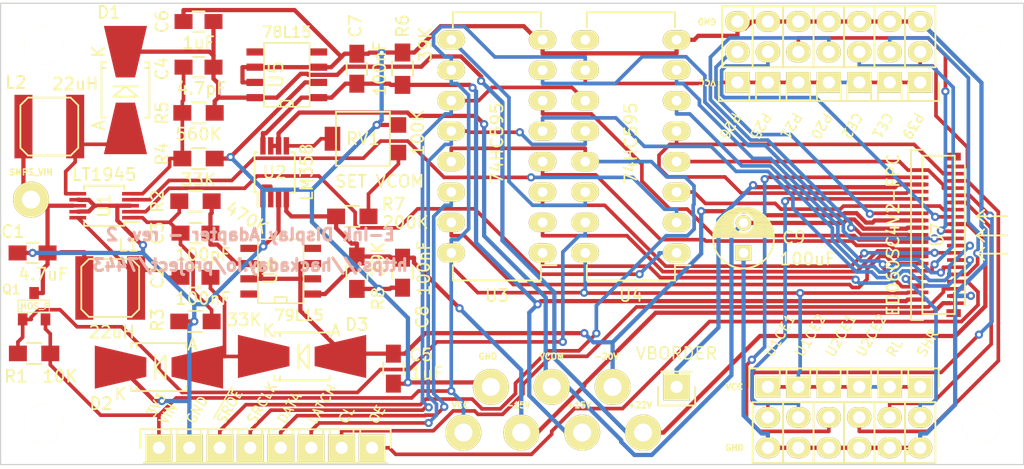
<source format=kicad_pcb>
(kicad_pcb (version 20171130) (host pcbnew "(5.1.12)-1")
  (layers (0 F.Cu signal) (31 B.Cu mixed) (34 B.Paste user hide) (35 F.Paste user hide) (36 B.SilkS user hide) (37 F.SilkS user hide) (38 B.Mask user hide) (39 F.Mask user hide) (44 Edge.Cuts user))
  (net 0 "")
  (net 1 /+15V)
  (net 2 /+22V)
  (net 3 /-15V)
  (net 4 /-20V)
  (net 5 /CKV)
  (net 6 /CL)
  (net 7 /D0)
  (net 8 /D1)
  (net 9 /D2)
  (net 10 /D3)
  (net 11 /D4)
  (net 12 /D5)
  (net 13 /D6)
  (net 14 /D7)
  (net 15 /FB2)
  (net 16 /GMODE)
  (net 17 /LE)
  (net 18 /NFB1)
  (net 19 /OE)
  (net 20 /P20)
  (net 21 /P21)
  (net 22 /P25)
  (net 23 /P26)
  (net 24 /P39)
  (net 25 /SMPS_CTRL)
  (net 26 /SMPS_VIN)
  (net 27 /SPH)
  (net 28 /SPV)
  (net 29 /SW1)
  (net 30 /SW2)
  (net 31 /U1CE1)
  (net 32 /U1CE2)
  (net 33 /U2CE1)
  (net 34 /U2CE2)
  (net 35 /VBORDER)
  (net 36 /VCOM)
  (net 37 /VNEG_CTRL)
  (net 38 /VPOS_CTRL)
  (net 39 GND)
  (net 40 "Net-(C2-Pad2)")
  (net 41 "Net-(R7-Pad1)")
  (net 42 "Net-(RV1-Pad2)")
  (net 43 "Net-(U2-Pad1)")
  (net 44 VCC)
  (net 45 /SRDATA)
  (net 46 /SRCLK)
  (net 47 /LATCH)
  (net 48 /~SROE~)
  (net 49 /SHR)
  (net 50 /CE1)
  (net 51 /CE2)
  (net 52 /RL)
  (net 53 "Net-(U3-Pad9)")
  (module Mounting_Holes:MountingHole_3.2mm_M3 (layer F.Cu) (at 160.02 113.792)
    (fp_text reference MNT2 hide)
    (fp_text value MountingHole_3.2mm_M3 hide)
    (pad 1 np_thru_hole circle (at 0 0) (size 3.2 3.2) (drill 3.2) (layers *.Cu *.Mask F.SilkS))
  )
  (module Mounting_Holes:MountingHole_3.2mm_M3 (layer F.Cu) (at 160.02 145.288)
    (fp_text reference MNT3 hide)
    (fp_text value MountingHole_3.2mm_M3 hide)
    (pad 1 np_thru_hole circle (at 0 0) (size 3.2 3.2) (drill 3.2) (layers *.Cu *.Mask F.SilkS))
  )
  (module Mounting_Holes:MountingHole_3.2mm_M3 (layer F.Cu) (at 81.788 145.288)
    (fp_text reference MNT4 hide)
    (fp_text value MountingHole_3.2mm_M3 hide)
    (pad 1 np_thru_hole circle (at 0 0) (size 3.2 3.2) (drill 3.2) (layers *.Cu *.Mask F.SilkS))
  )
  (module Capacitors_SMD:C_0805_HandSoldering (layer F.Cu) (at 80.899 131.064 180)
    (fp_text reference C1 (at 1.651 1.778) (layer F.SilkS))
    (fp_text value 4.7uF (at -0.889 -1.778 180) (layer F.SilkS))
    (pad 1 smd rect (at -1.25 0 180) (size 1.5 1.25) (layers F.Cu F.Paste F.Mask) (net 26 /SMPS_VIN))
    (pad 2 smd rect (at 1.25 0 180) (size 1.5 1.25) (layers F.Cu F.Paste F.Mask) (net 39 GND))
  )
  (module Capacitors_SMD:C_0805_HandSoldering (layer F.Cu) (at 94.488 133.096)
    (fp_text reference C2 (at -3.175 0 270) (layer F.SilkS))
    (fp_text value 100nF (at 0.635 1.778) (layer F.SilkS))
    (pad 1 smd rect (at -1.25 0) (size 1.5 1.25) (layers F.Cu F.Paste F.Mask) (net 29 /SW1))
    (pad 2 smd rect (at 1.25 0) (size 1.5 1.25) (layers F.Cu F.Paste F.Mask) (net 40 "Net-(C2-Pad2)"))
  )
  (module Capacitors_SMD:C_0805_HandSoldering (layer F.Cu) (at 94.488 129.413 180)
    (fp_text reference C3 (at 3.175 0 90) (layer F.SilkS))
    (fp_text value 100pF (at -0.635 -1.778 180) (layer F.SilkS))
    (pad 1 smd rect (at -1.25 0 180) (size 1.5 1.25) (layers F.Cu F.Paste F.Mask) (net 4 /-20V))
    (pad 2 smd rect (at 1.25 0 180) (size 1.5 1.25) (layers F.Cu F.Paste F.Mask) (net 18 /NFB1))
  )
  (module Capacitors_SMD:C_0805_HandSoldering (layer F.Cu) (at 94.742 115.57 180)
    (fp_text reference C4 (at 3.048 -0.127 270) (layer F.SilkS))
    (fp_text value 4.7pF (at -0.254 -1.778) (layer F.SilkS))
    (pad 1 smd rect (at -1.25 0 180) (size 1.5 1.25) (layers F.Cu F.Paste F.Mask) (net 2 /+22V))
    (pad 2 smd rect (at 1.25 0 180) (size 1.5 1.25) (layers F.Cu F.Paste F.Mask) (net 15 /FB2))
  )
  (module Capacitors_SMD:C_0805_HandSoldering (layer F.Cu) (at 110.998 140.716 270)
    (fp_text reference C5 (at -1.143 -2.286) (layer F.SilkS))
    (fp_text value 1uF (at 0.381 -2.794) (layer F.SilkS))
    (pad 1 smd rect (at -1.25 0 270) (size 1.5 1.25) (layers F.Cu F.Paste F.Mask) (net 4 /-20V))
    (pad 2 smd rect (at 1.25 0 270) (size 1.5 1.25) (layers F.Cu F.Paste F.Mask) (net 39 GND))
  )
  (module Capacitors_SMD:C_0805_HandSoldering (layer F.Cu) (at 94.742 111.76)
    (fp_text reference C6 (at -3.048 0 90) (layer F.SilkS))
    (fp_text value 1uF (at 0 1.778 180) (layer F.SilkS))
    (pad 1 smd rect (at -1.25 0) (size 1.5 1.25) (layers F.Cu F.Paste F.Mask) (net 39 GND))
    (pad 2 smd rect (at 1.25 0) (size 1.5 1.25) (layers F.Cu F.Paste F.Mask) (net 2 /+22V))
  )
  (module Capacitors_SMD:C_0805_HandSoldering (layer F.Cu) (at 107.95 115.697 90)
    (fp_text reference C7 (at 3.556 -0.127 270) (layer F.SilkS))
    (fp_text value 100nF (at 0 1.905 90) (layer F.SilkS))
    (pad 1 smd rect (at -1.25 0 90) (size 1.5 1.25) (layers F.Cu F.Paste F.Mask) (net 1 /+15V))
    (pad 2 smd rect (at 1.25 0 90) (size 1.5 1.25) (layers F.Cu F.Paste F.Mask) (net 39 GND))
  )
  (module Capacitors_SMD:C_0805_HandSoldering (layer F.Cu) (at 111.76 132.715 270)
    (fp_text reference C8 (at 3.683 -1.651 270) (layer F.SilkS))
    (fp_text value 100nF (at -0.381 -1.778 270) (layer F.SilkS))
    (pad 1 smd rect (at -1.25 0 270) (size 1.5 1.25) (layers F.Cu F.Paste F.Mask) (net 3 /-15V))
    (pad 2 smd rect (at 1.25 0 270) (size 1.5 1.25) (layers F.Cu F.Paste F.Mask) (net 39 GND))
  )
  (module Capacitors_ThroughHole:C_Radial_D5_L6_P2.5 (layer F.Cu) (at 140.208 131.064 90)
    (fp_text reference C9 (at 1.27 4.191 180) (layer F.SilkS))
    (fp_text value 100uF (at -0.508 5.334 180) (layer F.SilkS))
    (pad 1 thru_hole rect (at 0 0 90) (size 1.3 1.3) (drill 0.8) (layers *.Cu *.Mask F.SilkS) (net 39 GND))
    (pad 2 thru_hole circle (at 2.5 0 90) (size 1.3 1.3) (drill 0.8) (layers *.Cu *.Mask F.SilkS) (net 36 /VCOM))
  )
  (module Diodes_SMD:SMB-SMC_Universal_Handsoldering (layer F.Cu) (at 88.646 117.475 270)
    (fp_text reference D1 (at -6.477 1.397) (layer F.SilkS))
    (fp_text value D_Schottky hide)
    (fp_text user K (at -3.2 2.25 270) (layer F.SilkS))
    (fp_text user A (at 2.95 2.25 270) (layer F.SilkS))
    (pad 1 smd trapezoid (at -3.2004 0 270) (size 4.30022 2.60096) (rect_delta 1.00076 0) (layers F.Cu F.Paste F.Mask) (net 2 /+22V))
    (pad 2 smd trapezoid (at 3.2004 0 90) (size 4.30022 2.60096) (rect_delta 1.00076 0) (layers F.Cu F.Paste F.Mask) (net 30 /SW2))
  )
  (module Diodes_SMD:SMB-SMC_Universal_Handsoldering (layer F.Cu) (at 91.44 140.589)
    (fp_text reference D2 (at -4.826 3.048) (layer F.SilkS))
    (fp_text value D_Schottky hide)
    (fp_text user K (at -3.2 2.25) (layer F.SilkS))
    (fp_text user A (at 2.794 -1.905) (layer F.SilkS))
    (pad 1 smd trapezoid (at -3.2004 0) (size 4.30022 2.60096) (rect_delta 1.00076 0) (layers F.Cu F.Paste F.Mask) (net 39 GND))
    (pad 2 smd trapezoid (at 3.2004 0 180) (size 4.30022 2.60096) (rect_delta 1.00076 0) (layers F.Cu F.Paste F.Mask) (net 40 "Net-(C2-Pad2)"))
  )
  (module Diodes_SMD:SMB-SMC_Universal_Handsoldering (layer F.Cu) (at 103.378 139.7)
    (fp_text reference D3 (at 4.572 -2.667) (layer F.SilkS))
    (fp_text value D_Schottky hide)
    (fp_text user K (at -2.794 -2.159) (layer F.SilkS))
    (fp_text user A (at 2.794 -2.159) (layer F.SilkS))
    (pad 1 smd trapezoid (at -3.2004 0) (size 4.30022 2.60096) (rect_delta 1.00076 0) (layers F.Cu F.Paste F.Mask) (net 40 "Net-(C2-Pad2)"))
    (pad 2 smd trapezoid (at 3.2004 0 180) (size 4.30022 2.60096) (rect_delta 1.00076 0) (layers F.Cu F.Paste F.Mask) (net 4 /-20V))
  )
  (module Inductors:SELF-WE-TPC_M (layer F.Cu) (at 87.376 133.985)
    (fp_text reference L1 (at 1.524 -3.556 180) (layer F.SilkS))
    (fp_text value 22uH (at 0.127 3.683) (layer F.SilkS))
    (pad 1 smd rect (at -2.159 0) (size 1.50114 5.30098) (layers F.Cu F.Paste F.Mask) (net 26 /SMPS_VIN))
    (pad 2 smd rect (at 2.159 0) (size 1.50114 5.30098) (layers F.Cu F.Paste F.Mask) (net 29 /SW1))
  )
  (module Inductors:SELF-WE-TPC_M (layer F.Cu) (at 82.296 120.523)
    (fp_text reference L2 (at -2.794 -3.683 180) (layer F.SilkS))
    (fp_text value 22uH (at 2.159 -3.556) (layer F.SilkS))
    (pad 1 smd rect (at -2.159 0) (size 1.50114 5.30098) (layers F.Cu F.Paste F.Mask) (net 26 /SMPS_VIN))
    (pad 2 smd rect (at 2.159 0) (size 1.50114 5.30098) (layers F.Cu F.Paste F.Mask) (net 30 /SW2))
  )
  (module Pin_Headers:Pin_Header_Straight_1x01 (layer F.Cu) (at 93.98 147.32)
    (fp_text reference P1 hide)
    (fp_text value CONN_1 hide)
    (pad 1 thru_hole rect (at 0 0) (size 2.2352 2.2352) (drill 1.016) (layers *.Cu *.Mask F.SilkS) (net 39 GND))
  )
  (module Pin_Headers:Pin_Header_Straight_1x01 (layer F.Cu) (at 101.6 147.32)
    (fp_text reference P2 hide)
    (fp_text value CONN_01X01 hide)
    (pad 1 thru_hole rect (at 0 0) (size 2.2352 2.2352) (drill 1.016) (layers *.Cu *.Mask F.SilkS) (net 45 /SRDATA))
  )
  (module Pin_Headers:Pin_Header_Straight_1x01 (layer F.Cu) (at 99.06 147.32)
    (fp_text reference P3 hide)
    (fp_text value CONN_01X01 hide)
    (pad 1 thru_hole rect (at 0 0) (size 2.2352 2.2352) (drill 1.016) (layers *.Cu *.Mask F.SilkS) (net 46 /SRCLK))
  )
  (module Pin_Headers:Pin_Header_Straight_1x01 (layer F.Cu) (at 104.14 147.32)
    (fp_text reference P5 hide)
    (fp_text value CONN_01X01 hide)
    (pad 1 thru_hole rect (at 0 0) (size 2.2352 2.2352) (drill 1.016) (layers *.Cu *.Mask F.SilkS) (net 47 /LATCH))
  )
  (module eink-footprints:IRLML6402 (layer F.Cu) (at 81.026 135.509)
    (fp_text reference Q1 (at -1.905 -1.397 180) (layer F.SilkS) (effects (font (size 0.762 0.762) (thickness 0.11938))))
    (fp_text value MOS_P (at 0.0635 0) (layer F.SilkS) (effects (font (size 0.50038 0.50038) (thickness 0.09906))))
    (pad D smd rect (at 0 -1.09982) (size 0.8001 1.00076) (layers F.Cu F.Paste F.Mask) (net 26 /SMPS_VIN))
    (pad S smd rect (at 0.9525 1.09982) (size 0.8001 1.00076) (layers F.Cu F.Paste F.Mask) (net 44 VCC))
    (pad G smd rect (at -0.9525 1.09982) (size 0.8001 1.00076) (layers F.Cu F.Paste F.Mask) (net 25 /SMPS_CTRL))
  )
  (module Resistors_SMD:R_0805_HandSoldering (layer F.Cu) (at 81.026 139.446 180)
    (fp_text reference R1 (at 1.524 -1.905) (layer F.SilkS))
    (fp_text value 10K (at -2.159 -1.905 180) (layer F.SilkS))
    (pad 1 smd rect (at -1.35 0 180) (size 1.5 1.3) (layers F.Cu F.Paste F.Mask) (net 44 VCC))
    (pad 2 smd rect (at 1.35 0 180) (size 1.5 1.3) (layers F.Cu F.Paste F.Mask) (net 25 /SMPS_CTRL))
  )
  (module Resistors_SMD:R_0805_HandSoldering (layer F.Cu) (at 94.488 126.746 180)
    (fp_text reference R2 (at 3.175 0 270) (layer F.SilkS))
    (fp_text value 470K hide)
    (pad 1 smd rect (at -1.35 0 180) (size 1.5 1.3) (layers F.Cu F.Paste F.Mask) (net 4 /-20V))
    (pad 2 smd rect (at 1.35 0 180) (size 1.5 1.3) (layers F.Cu F.Paste F.Mask) (net 18 /NFB1))
  )
  (module Resistors_SMD:R_0805_HandSoldering (layer F.Cu) (at 94.488 136.779 180)
    (fp_text reference R3 (at 3.175 0.127 90) (layer F.SilkS))
    (fp_text value 33K (at -4.064 0.127 180) (layer F.SilkS))
    (pad 1 smd rect (at -1.35 0 180) (size 1.5 1.3) (layers F.Cu F.Paste F.Mask) (net 18 /NFB1))
    (pad 2 smd rect (at 1.35 0 180) (size 1.5 1.3) (layers F.Cu F.Paste F.Mask) (net 39 GND))
  )
  (module Resistors_SMD:R_0805_HandSoldering (layer F.Cu) (at 94.742 123.19 180)
    (fp_text reference R4 (at 3.048 0.381 270) (layer F.SilkS))
    (fp_text value 33K (at 0 -1.778 180) (layer F.SilkS))
    (pad 1 smd rect (at -1.35 0 180) (size 1.5 1.3) (layers F.Cu F.Paste F.Mask) (net 39 GND))
    (pad 2 smd rect (at 1.35 0 180) (size 1.5 1.3) (layers F.Cu F.Paste F.Mask) (net 15 /FB2))
  )
  (module Resistors_SMD:R_0805_HandSoldering (layer F.Cu) (at 94.742 119.38)
    (fp_text reference R5 (at -3.048 0 90) (layer F.SilkS))
    (fp_text value 560K (at 0 1.778) (layer F.SilkS))
    (pad 1 smd rect (at -1.35 0) (size 1.5 1.3) (layers F.Cu F.Paste F.Mask) (net 15 /FB2))
    (pad 2 smd rect (at 1.35 0) (size 1.5 1.3) (layers F.Cu F.Paste F.Mask) (net 2 /+22V))
  )
  (module Resistors_SMD:R_0805_HandSoldering (layer F.Cu) (at 111.76 115.697 90)
    (fp_text reference R6 (at 3.556 0 270) (layer F.SilkS))
    (fp_text value 39K (at 2.032 1.905 90) (layer F.SilkS))
    (pad 1 smd rect (at -1.35 0 90) (size 1.5 1.3) (layers F.Cu F.Paste F.Mask) (net 1 /+15V))
    (pad 2 smd rect (at 1.35 0 90) (size 1.5 1.3) (layers F.Cu F.Paste F.Mask) (net 39 GND))
  )
  (module Resistors_SMD:R_0805_HandSoldering (layer F.Cu) (at 107.569 128.016 180)
    (fp_text reference R7 (at -3.429 1.016 180) (layer F.SilkS))
    (fp_text value 200K (at -4.445 -0.508 180) (layer F.SilkS))
    (pad 1 smd rect (at -1.35 0 180) (size 1.5 1.3) (layers F.Cu F.Paste F.Mask) (net 41 "Net-(R7-Pad1)"))
    (pad 2 smd rect (at 1.35 0 180) (size 1.5 1.3) (layers F.Cu F.Paste F.Mask) (net 3 /-15V))
  )
  (module Resistors_SMD:R_0805_HandSoldering (layer F.Cu) (at 107.95 132.715 270)
    (fp_text reference R8 (at 2.159 -1.778 270) (layer F.SilkS))
    (fp_text value 39K (at -1.143 -1.778 270) (layer F.SilkS))
    (pad 1 smd rect (at -1.35 0 270) (size 1.5 1.3) (layers F.Cu F.Paste F.Mask) (net 3 /-15V))
    (pad 2 smd rect (at 1.35 0 270) (size 1.5 1.3) (layers F.Cu F.Paste F.Mask) (net 39 GND))
  )
  (module eink-footprints:Bourns_3314G-1 (layer F.Cu) (at 108.458 121.539 90)
    (fp_text reference RV1 (at 0 0 180) (layer F.SilkS))
    (fp_text value 100K (at 0.508 4.572 90) (layer F.SilkS))
    (pad 1 smd rect (at 1.15 2.96 90) (size 1.3 1.3) (layers F.Cu F.Paste F.Mask) (net 39 GND))
    (pad 3 smd rect (at -1.15 2.96 90) (size 1.3 1.3) (layers F.Cu F.Paste F.Mask) (net 41 "Net-(R7-Pad1)"))
    (pad 2 smd rect (at 0 -2.54 90) (size 2 1.3) (layers F.Cu F.Paste F.Mask) (net 42 "Net-(RV1-Pad2)"))
  )
  (module Housings_SSOP:MSOP-10_3x3mm_Pitch0.5mm (layer F.Cu) (at 86.868 127.127 180)
    (fp_text reference U1 (at 0 0 270) (layer F.SilkS))
    (fp_text value LT1945 (at 0 2.6 180) (layer F.SilkS))
    (pad 1 smd rect (at -2.2 -1 180) (size 1.4 0.3) (layers F.Cu F.Paste F.Mask) (net 18 /NFB1))
    (pad 2 smd rect (at -2.2 -0.5 180) (size 1.4 0.3) (layers F.Cu F.Paste F.Mask) (net 37 /VNEG_CTRL))
    (pad 3 smd rect (at -2.2 0 180) (size 1.4 0.3) (layers F.Cu F.Paste F.Mask) (net 39 GND))
    (pad 4 smd rect (at -2.2 0.5 180) (size 1.4 0.3) (layers F.Cu F.Paste F.Mask) (net 38 /VPOS_CTRL))
    (pad 5 smd rect (at -2.2 1 180) (size 1.4 0.3) (layers F.Cu F.Paste F.Mask) (net 15 /FB2))
    (pad 6 smd rect (at 2.2 1 180) (size 1.4 0.3) (layers F.Cu F.Paste F.Mask) (net 30 /SW2))
    (pad 7 smd rect (at 2.2 0.5 180) (size 1.4 0.3) (layers F.Cu F.Paste F.Mask) (net 39 GND))
    (pad 8 smd rect (at 2.2 0 180) (size 1.4 0.3) (layers F.Cu F.Paste F.Mask) (net 26 /SMPS_VIN))
    (pad 9 smd rect (at 2.2 -0.5 180) (size 1.4 0.3) (layers F.Cu F.Paste F.Mask) (net 39 GND))
    (pad 10 smd rect (at 2.2 -1 180) (size 1.4 0.3) (layers F.Cu F.Paste F.Mask) (net 29 /SW1))
  )
  (module Housings_SSOP:MSOP-8_3x3mm_Pitch0.65mm (layer F.Cu) (at 101.092 124.333 90)
    (fp_text reference U2 (at 0 0 180) (layer F.SilkS))
    (fp_text value LM358 (at 0 2.667 90) (layer F.SilkS))
    (pad 1 smd rect (at -2.2 -0.975 90) (size 1.45 0.45) (layers F.Cu F.Paste F.Mask) (net 43 "Net-(U2-Pad1)"))
    (pad 2 smd rect (at -2.2 -0.325 90) (size 1.45 0.45) (layers F.Cu F.Paste F.Mask) (net 43 "Net-(U2-Pad1)"))
    (pad 3 smd rect (at -2.2 0.325 90) (size 1.45 0.45) (layers F.Cu F.Paste F.Mask) (net 39 GND))
    (pad 4 smd rect (at -2.2 0.975 90) (size 1.45 0.45) (layers F.Cu F.Paste F.Mask) (net 3 /-15V))
    (pad 5 smd rect (at 2.2 0.975 90) (size 1.45 0.45) (layers F.Cu F.Paste F.Mask) (net 42 "Net-(RV1-Pad2)"))
    (pad 6 smd rect (at 2.2 0.325 90) (size 1.45 0.45) (layers F.Cu F.Paste F.Mask) (net 36 /VCOM))
    (pad 7 smd rect (at 2.2 -0.325 90) (size 1.45 0.45) (layers F.Cu F.Paste F.Mask) (net 36 /VCOM))
    (pad 8 smd rect (at 2.2 -0.975 90) (size 1.45 0.45) (layers F.Cu F.Paste F.Mask) (net 1 /+15V))
  )
  (module Pin_Headers:Pin_Header_Straight_1x01 (layer F.Cu) (at 96.52 147.32)
    (fp_text reference P6 hide)
    (fp_text value CONN_01X01 hide)
    (pad 1 thru_hole rect (at 0 0) (size 2.2352 2.2352) (drill 1.016) (layers *.Cu *.Mask F.SilkS) (net 48 /~SROE~))
  )
  (module Pin_Headers:Pin_Header_Straight_1x01 (layer F.Cu) (at 106.68 147.32)
    (fp_text reference P7 hide)
    (fp_text value CONN_1 hide)
    (pad 1 thru_hole rect (at 0 0) (size 2.2352 2.2352) (drill 1.016) (layers *.Cu *.Mask F.SilkS) (net 6 /CL))
  )
  (module Pin_Headers:Pin_Header_Straight_1x01 (layer F.Cu) (at 109.22 147.32)
    (fp_text reference P8 hide)
    (fp_text value CONN_1 hide)
    (pad 1 thru_hole rect (at 0 0) (size 2.2352 2.2352) (drill 1.016) (layers *.Cu *.Mask F.SilkS) (net 19 /OE))
  )
  (module Pin_Headers:Pin_Header_Straight_1x01 (layer F.Cu) (at 134.62 142.24 180)
    (fp_text reference P9 hide)
    (fp_text value CONN_1 hide)
    (pad 1 thru_hole rect (at 0 0 180) (size 2.2352 2.2352) (drill 1.016) (layers *.Cu *.Mask F.SilkS) (net 35 /VBORDER))
  )
  (module Pin_Headers:Pin_Header_Straight_1x03 (layer F.Cu) (at 154.94 142.24)
    (fp_text reference SW1 hide)
    (fp_text value SW_SPDT_Small hide)
    (pad 1 thru_hole rect (at 0 0) (size 2.032 1.7272) (drill 1.016) (layers *.Cu *.Mask F.SilkS) (net 44 VCC))
    (pad 2 thru_hole oval (at 0 2.54) (size 2.032 1.7272) (drill 1.016) (layers *.Cu *.Mask F.SilkS) (net 49 /SHR))
    (pad 3 thru_hole oval (at 0 5.08) (size 2.032 1.7272) (drill 1.016) (layers *.Cu *.Mask F.SilkS) (net 39 GND))
  )
  (module Pin_Headers:Pin_Header_Straight_1x03 (layer F.Cu) (at 152.4 116.84 180)
    (fp_text reference SW2 hide)
    (fp_text value SW_SPDT_Small hide)
    (pad 1 thru_hole rect (at 0 0 180) (size 2.032 1.7272) (drill 1.016) (layers *.Cu *.Mask F.SilkS) (net 44 VCC))
    (pad 2 thru_hole oval (at 0 2.54 180) (size 2.032 1.7272) (drill 1.016) (layers *.Cu *.Mask F.SilkS) (net 50 /CE1))
    (pad 3 thru_hole oval (at 0 5.08 180) (size 2.032 1.7272) (drill 1.016) (layers *.Cu *.Mask F.SilkS) (net 39 GND))
  )
  (module Pin_Headers:Pin_Header_Straight_1x03 (layer F.Cu) (at 149.86 116.84 180)
    (fp_text reference SW3 hide)
    (fp_text value SW_SPDT_Small hide)
    (pad 1 thru_hole rect (at 0 0 180) (size 2.032 1.7272) (drill 1.016) (layers *.Cu *.Mask F.SilkS) (net 44 VCC))
    (pad 2 thru_hole oval (at 0 2.54 180) (size 2.032 1.7272) (drill 1.016) (layers *.Cu *.Mask F.SilkS) (net 51 /CE2))
    (pad 3 thru_hole oval (at 0 5.08 180) (size 2.032 1.7272) (drill 1.016) (layers *.Cu *.Mask F.SilkS) (net 39 GND))
  )
  (module Pin_Headers:Pin_Header_Straight_1x03 (layer F.Cu) (at 147.32 116.84 180)
    (fp_text reference SW4 hide)
    (fp_text value SW_SPDT_Small hide)
    (pad 1 thru_hole rect (at 0 0 180) (size 2.032 1.7272) (drill 1.016) (layers *.Cu *.Mask F.SilkS) (net 44 VCC))
    (pad 2 thru_hole oval (at 0 2.54 180) (size 2.032 1.7272) (drill 1.016) (layers *.Cu *.Mask F.SilkS) (net 20 /P20))
    (pad 3 thru_hole oval (at 0 5.08 180) (size 2.032 1.7272) (drill 1.016) (layers *.Cu *.Mask F.SilkS) (net 39 GND))
  )
  (module Pin_Headers:Pin_Header_Straight_1x03 (layer F.Cu) (at 144.78 116.84 180)
    (fp_text reference SW5 hide)
    (fp_text value SW_SPDT_Small hide)
    (pad 1 thru_hole rect (at 0 0 180) (size 2.032 1.7272) (drill 1.016) (layers *.Cu *.Mask F.SilkS) (net 44 VCC))
    (pad 2 thru_hole oval (at 0 2.54 180) (size 2.032 1.7272) (drill 1.016) (layers *.Cu *.Mask F.SilkS) (net 21 /P21))
    (pad 3 thru_hole oval (at 0 5.08 180) (size 2.032 1.7272) (drill 1.016) (layers *.Cu *.Mask F.SilkS) (net 39 GND))
  )
  (module Pin_Headers:Pin_Header_Straight_1x03 (layer F.Cu) (at 142.24 116.84 180)
    (fp_text reference SW6 hide)
    (fp_text value SW_SPDT_Small hide)
    (pad 1 thru_hole rect (at 0 0 180) (size 2.032 1.7272) (drill 1.016) (layers *.Cu *.Mask F.SilkS) (net 44 VCC))
    (pad 2 thru_hole oval (at 0 2.54 180) (size 2.032 1.7272) (drill 1.016) (layers *.Cu *.Mask F.SilkS) (net 22 /P25))
    (pad 3 thru_hole oval (at 0 5.08 180) (size 2.032 1.7272) (drill 1.016) (layers *.Cu *.Mask F.SilkS) (net 39 GND))
  )
  (module Pin_Headers:Pin_Header_Straight_1x03 (layer F.Cu) (at 139.7 116.84 180)
    (fp_text reference SW7 hide)
    (fp_text value SW_SPDT_Small hide)
    (pad 1 thru_hole rect (at 0 0 180) (size 2.032 1.7272) (drill 1.016) (layers *.Cu *.Mask F.SilkS) (net 44 VCC))
    (pad 2 thru_hole oval (at 0 2.54 180) (size 2.032 1.7272) (drill 1.016) (layers *.Cu *.Mask F.SilkS) (net 23 /P26))
    (pad 3 thru_hole oval (at 0 5.08 180) (size 2.032 1.7272) (drill 1.016) (layers *.Cu *.Mask F.SilkS) (net 39 GND))
  )
  (module Pin_Headers:Pin_Header_Straight_1x03 (layer F.Cu) (at 152.4 142.24)
    (fp_text reference SW8 hide)
    (fp_text value SW_SPDT_Small hide)
    (pad 1 thru_hole rect (at 0 0) (size 2.032 1.7272) (drill 1.016) (layers *.Cu *.Mask F.SilkS) (net 44 VCC))
    (pad 2 thru_hole oval (at 0 2.54) (size 2.032 1.7272) (drill 1.016) (layers *.Cu *.Mask F.SilkS) (net 52 /RL))
    (pad 3 thru_hole oval (at 0 5.08) (size 2.032 1.7272) (drill 1.016) (layers *.Cu *.Mask F.SilkS) (net 39 GND))
  )
  (module Pin_Headers:Pin_Header_Straight_1x03 (layer F.Cu) (at 144.78 142.24)
    (fp_text reference SW9 hide)
    (fp_text value SW_SPDT_Small hide)
    (pad 1 thru_hole rect (at 0 0) (size 2.032 1.7272) (drill 1.016) (layers *.Cu *.Mask F.SilkS) (net 44 VCC))
    (pad 2 thru_hole oval (at 0 2.54) (size 2.032 1.7272) (drill 1.016) (layers *.Cu *.Mask F.SilkS) (net 32 /U1CE2))
    (pad 3 thru_hole oval (at 0 5.08) (size 2.032 1.7272) (drill 1.016) (layers *.Cu *.Mask F.SilkS) (net 39 GND))
  )
  (module Pin_Headers:Pin_Header_Straight_1x03 (layer F.Cu) (at 142.24 142.24)
    (fp_text reference SW10 hide)
    (fp_text value SW_SPDT_Small hide)
    (pad 1 thru_hole rect (at 0 0) (size 2.032 1.7272) (drill 1.016) (layers *.Cu *.Mask F.SilkS) (net 44 VCC))
    (pad 2 thru_hole oval (at 0 2.54) (size 2.032 1.7272) (drill 1.016) (layers *.Cu *.Mask F.SilkS) (net 31 /U1CE1))
    (pad 3 thru_hole oval (at 0 5.08) (size 2.032 1.7272) (drill 1.016) (layers *.Cu *.Mask F.SilkS) (net 39 GND))
  )
  (module Pin_Headers:Pin_Header_Straight_1x03 (layer F.Cu) (at 149.86 142.24)
    (fp_text reference SW11 hide)
    (fp_text value SW_SPDT_Small hide)
    (pad 1 thru_hole rect (at 0 0) (size 2.032 1.7272) (drill 1.016) (layers *.Cu *.Mask F.SilkS) (net 44 VCC))
    (pad 2 thru_hole oval (at 0 2.54) (size 2.032 1.7272) (drill 1.016) (layers *.Cu *.Mask F.SilkS) (net 34 /U2CE2))
    (pad 3 thru_hole oval (at 0 5.08) (size 2.032 1.7272) (drill 1.016) (layers *.Cu *.Mask F.SilkS) (net 39 GND))
  )
  (module Pin_Headers:Pin_Header_Straight_1x03 (layer F.Cu) (at 147.32 142.24)
    (fp_text reference SW12 hide)
    (fp_text value SW_SPDT_Small hide)
    (pad 1 thru_hole rect (at 0 0) (size 2.032 1.7272) (drill 1.016) (layers *.Cu *.Mask F.SilkS) (net 44 VCC))
    (pad 2 thru_hole oval (at 0 2.54) (size 2.032 1.7272) (drill 1.016) (layers *.Cu *.Mask F.SilkS) (net 33 /U2CE1))
    (pad 3 thru_hole oval (at 0 5.08) (size 2.032 1.7272) (drill 1.016) (layers *.Cu *.Mask F.SilkS) (net 39 GND))
  )
  (module Housings_DIP:DIP-16_W7.62mm_LongPads (layer F.Cu) (at 123.444 131.064 180)
    (fp_text reference U3 (at 3.81 -3.556 180) (layer F.SilkS))
    (fp_text value 74HC595 (at 3.81 9.144 270) (layer F.SilkS))
    (pad 1 thru_hole oval (at 0 0 180) (size 2.3 1.6) (drill 0.8) (layers *.Cu *.Mask F.SilkS) (net 8 /D1))
    (pad 2 thru_hole oval (at 0 2.54 180) (size 2.3 1.6) (drill 0.8) (layers *.Cu *.Mask F.SilkS) (net 9 /D2))
    (pad 3 thru_hole oval (at 0 5.08 180) (size 2.3 1.6) (drill 0.8) (layers *.Cu *.Mask F.SilkS) (net 10 /D3))
    (pad 4 thru_hole oval (at 0 7.62 180) (size 2.3 1.6) (drill 0.8) (layers *.Cu *.Mask F.SilkS) (net 11 /D4))
    (pad 5 thru_hole oval (at 0 10.16 180) (size 2.3 1.6) (drill 0.8) (layers *.Cu *.Mask F.SilkS) (net 12 /D5))
    (pad 6 thru_hole oval (at 0 12.7 180) (size 2.3 1.6) (drill 0.8) (layers *.Cu *.Mask F.SilkS) (net 13 /D6))
    (pad 7 thru_hole oval (at 0 15.24 180) (size 2.3 1.6) (drill 0.8) (layers *.Cu *.Mask F.SilkS) (net 14 /D7))
    (pad 8 thru_hole oval (at 0 17.78 180) (size 2.3 1.6) (drill 0.8) (layers *.Cu *.Mask F.SilkS) (net 39 GND))
    (pad 9 thru_hole oval (at 7.62 17.78 180) (size 2.3 1.6) (drill 0.8) (layers *.Cu *.Mask F.SilkS) (net 53 "Net-(U3-Pad9)"))
    (pad 10 thru_hole oval (at 7.62 15.24 180) (size 2.3 1.6) (drill 0.8) (layers *.Cu *.Mask F.SilkS) (net 44 VCC))
    (pad 11 thru_hole oval (at 7.62 12.7 180) (size 2.3 1.6) (drill 0.8) (layers *.Cu *.Mask F.SilkS) (net 46 /SRCLK))
    (pad 12 thru_hole oval (at 7.62 10.16 180) (size 2.3 1.6) (drill 0.8) (layers *.Cu *.Mask F.SilkS) (net 47 /LATCH))
    (pad 13 thru_hole oval (at 7.62 7.62 180) (size 2.3 1.6) (drill 0.8) (layers *.Cu *.Mask F.SilkS) (net 48 /~SROE~))
    (pad 14 thru_hole oval (at 7.62 5.08 180) (size 2.3 1.6) (drill 0.8) (layers *.Cu *.Mask F.SilkS) (net 45 /SRDATA))
    (pad 15 thru_hole oval (at 7.62 2.54 180) (size 2.3 1.6) (drill 0.8) (layers *.Cu *.Mask F.SilkS) (net 7 /D0))
    (pad 16 thru_hole oval (at 7.62 0 180) (size 2.3 1.6) (drill 0.8) (layers *.Cu *.Mask F.SilkS) (net 44 VCC))
  )
  (module Housings_DIP:DIP-16_W7.62mm_LongPads (layer F.Cu) (at 134.62 131.064 180)
    (fp_text reference U4 (at 3.81 -3.556 180) (layer F.SilkS))
    (fp_text value 74HC595 (at 3.81 9.144 270) (layer F.SilkS))
    (pad 1 thru_hole oval (at 0 0 180) (size 2.3 1.6) (drill 0.8) (layers *.Cu *.Mask F.SilkS) (net 37 /VNEG_CTRL))
    (pad 2 thru_hole oval (at 0 2.54 180) (size 2.3 1.6) (drill 0.8) (layers *.Cu *.Mask F.SilkS) (net 38 /VPOS_CTRL))
    (pad 3 thru_hole oval (at 0 5.08 180) (size 2.3 1.6) (drill 0.8) (layers *.Cu *.Mask F.SilkS) (net 16 /GMODE))
    (pad 4 thru_hole oval (at 0 7.62 180) (size 2.3 1.6) (drill 0.8) (layers *.Cu *.Mask F.SilkS) (net 5 /CKV))
    (pad 5 thru_hole oval (at 0 10.16 180) (size 2.3 1.6) (drill 0.8) (layers *.Cu *.Mask F.SilkS) (net 28 /SPV))
    (pad 6 thru_hole oval (at 0 12.7 180) (size 2.3 1.6) (drill 0.8) (layers *.Cu *.Mask F.SilkS) (net 27 /SPH))
    (pad 7 thru_hole oval (at 0 15.24 180) (size 2.3 1.6) (drill 0.8) (layers *.Cu *.Mask F.SilkS) (net 17 /LE))
    (pad 8 thru_hole oval (at 0 17.78 180) (size 2.3 1.6) (drill 0.8) (layers *.Cu *.Mask F.SilkS) (net 39 GND))
    (pad 9 thru_hole oval (at 7.62 17.78 180) (size 2.3 1.6) (drill 0.8) (layers *.Cu *.Mask F.SilkS))
    (pad 10 thru_hole oval (at 7.62 15.24 180) (size 2.3 1.6) (drill 0.8) (layers *.Cu *.Mask F.SilkS) (net 44 VCC))
    (pad 11 thru_hole oval (at 7.62 12.7 180) (size 2.3 1.6) (drill 0.8) (layers *.Cu *.Mask F.SilkS) (net 46 /SRCLK))
    (pad 12 thru_hole oval (at 7.62 10.16 180) (size 2.3 1.6) (drill 0.8) (layers *.Cu *.Mask F.SilkS) (net 47 /LATCH))
    (pad 13 thru_hole oval (at 7.62 7.62 180) (size 2.3 1.6) (drill 0.8) (layers *.Cu *.Mask F.SilkS) (net 48 /~SROE~))
    (pad 14 thru_hole oval (at 7.62 5.08 180) (size 2.3 1.6) (drill 0.8) (layers *.Cu *.Mask F.SilkS) (net 53 "Net-(U3-Pad9)"))
    (pad 15 thru_hole oval (at 7.62 2.54 180) (size 2.3 1.6) (drill 0.8) (layers *.Cu *.Mask F.SilkS) (net 25 /SMPS_CTRL))
    (pad 16 thru_hole oval (at 7.62 0 180) (size 2.3 1.6) (drill 0.8) (layers *.Cu *.Mask F.SilkS) (net 44 VCC))
  )
  (module eink-footprints:78LxxA (layer F.Cu) (at 102.108 116.205 90)
    (fp_text reference U5 (at 0 -0.889 90) (layer F.SilkS) (effects (font (size 1.143 1.143) (thickness 0.1524))))
    (fp_text value 78L15 (at 3.556 0 180) (layer F.SilkS) (effects (font (size 0.889 0.889) (thickness 0.1524))))
    (pad VI smd rect (at -1.905 -2.667 90) (size 0.59944 1.39954) (layers F.Cu F.Paste F.Mask) (net 2 /+22V))
    (pad VO smd rect (at -1.905 2.667 90) (size 0.59944 1.39954) (layers F.Cu F.Paste F.Mask) (net 1 /+15V))
    (pad GND smd rect (at -0.635 -2.667 90) (size 0.59944 1.39954) (layers F.Cu F.Paste F.Mask) (net 39 GND))
    (pad GND smd rect (at 0.635 -2.667 90) (size 0.59944 1.39954) (layers F.Cu F.Paste F.Mask) (net 39 GND))
    (pad 5 smd rect (at 1.905 -2.667 90) (size 0.59944 1.39954) (layers F.Cu F.Paste F.Mask))
    (pad GND smd rect (at -0.635 2.667 90) (size 0.59944 1.39954) (layers F.Cu F.Paste F.Mask) (net 39 GND))
    (pad GND smd rect (at 0.635 2.667 90) (size 0.59944 1.39954) (layers F.Cu F.Paste F.Mask) (net 39 GND))
    (pad 4 smd rect (at 1.905 2.667 90) (size 0.59944 1.39954) (layers F.Cu F.Paste F.Mask))
  )
  (module eink-footprints:79LxxA (layer F.Cu) (at 101.6 132.588 90)
    (fp_text reference U6 (at 0 -0.889 90) (layer F.SilkS) (effects (font (size 1.143 1.143) (thickness 0.1524))))
    (fp_text value 79L15 (at -3.683 1.524 180) (layer F.SilkS) (effects (font (size 0.889 0.889) (thickness 0.1524))))
    (pad 8 smd rect (at -1.905 -2.667 90) (size 0.59944 1.39954) (layers F.Cu F.Paste F.Mask))
    (pad VO smd rect (at -1.905 2.667 90) (size 0.59944 1.39954) (layers F.Cu F.Paste F.Mask) (net 3 /-15V))
    (pad VI smd rect (at -0.635 -2.667 90) (size 0.59944 1.39954) (layers F.Cu F.Paste F.Mask) (net 4 /-20V))
    (pad VI smd rect (at 0.635 -2.667 90) (size 0.59944 1.39954) (layers F.Cu F.Paste F.Mask) (net 4 /-20V))
    (pad GND smd rect (at 1.905 -2.667 90) (size 0.59944 1.39954) (layers F.Cu F.Paste F.Mask) (net 39 GND))
    (pad VI smd rect (at -0.635 2.667 90) (size 0.59944 1.39954) (layers F.Cu F.Paste F.Mask) (net 4 /-20V))
    (pad VI smd rect (at 0.635 2.667 90) (size 0.59944 1.39954) (layers F.Cu F.Paste F.Mask) (net 4 /-20V))
    (pad 4 smd rect (at 1.905 2.667 90) (size 0.59944 1.39954) (layers F.Cu F.Paste F.Mask))
  )
  (module Measurement_Points:Measurement_Point_Round-TH_Big (layer F.Cu) (at 80.772 126.619)
    (fp_text reference W1 hide)
    (fp_text value TEST_1P hide)
    (pad 1 thru_hole circle (at 0 0) (size 3 3) (drill 1.5) (layers *.Cu *.Mask F.SilkS) (net 26 /SMPS_VIN))
  )
  (module Measurement_Points:Measurement_Point_Round-TH_Big (layer F.Cu) (at 119.126 142.24)
    (fp_text reference W2 hide)
    (fp_text value TEST_1P hide)
    (pad 1 thru_hole circle (at 0 0) (size 3 3) (drill 1.5) (layers *.Cu *.Mask F.SilkS) (net 39 GND))
  )
  (module Measurement_Points:Measurement_Point_Round-TH_Big (layer F.Cu) (at 116.84 146.05 270)
    (fp_text reference W3 hide)
    (fp_text value TEST_1P hide)
    (pad 1 thru_hole circle (at 0 0 270) (size 3 3) (drill 1.5) (layers *.Cu *.Mask F.SilkS) (net 44 VCC))
  )
  (module Measurement_Points:Measurement_Point_Round-TH_Big (layer F.Cu) (at 121.666 146.05)
    (fp_text reference W4 hide)
    (fp_text value TEST_1P hide)
    (pad 1 thru_hole circle (at 0 0) (size 3 3) (drill 1.5) (layers *.Cu *.Mask F.SilkS) (net 3 /-15V))
  )
  (module Measurement_Points:Measurement_Point_Round-TH_Big (layer F.Cu) (at 126.746 146.05)
    (fp_text reference W5 hide)
    (fp_text value TEST_1P hide)
    (pad 1 thru_hole circle (at 0 0) (size 3 3) (drill 1.5) (layers *.Cu *.Mask F.SilkS) (net 1 /+15V))
  )
  (module Measurement_Points:Measurement_Point_Round-TH_Big (layer F.Cu) (at 124.206 142.24 270)
    (fp_text reference W6 hide)
    (fp_text value TEST_1P hide)
    (pad 1 thru_hole circle (at 0 0 270) (size 3 3) (drill 1.5) (layers *.Cu *.Mask F.SilkS) (net 36 /VCOM))
  )
  (module Measurement_Points:Measurement_Point_Round-TH_Big (layer F.Cu) (at 131.826 146.05)
    (fp_text reference W7 hide)
    (fp_text value TEST_1P hide)
    (pad 1 thru_hole circle (at 0 0) (size 3 3) (drill 1.5) (layers *.Cu *.Mask F.SilkS) (net 2 /+22V))
  )
  (module Measurement_Points:Measurement_Point_Round-TH_Big (layer F.Cu) (at 129.286 142.24)
    (fp_text reference W8 hide)
    (fp_text value TEST_1P hide)
    (pad 1 thru_hole circle (at 0 0) (size 3 3) (drill 1.5) (layers *.Cu *.Mask F.SilkS) (net 4 /-20V))
  )
  (module Pin_Headers:Pin_Header_Straight_1x03 (layer F.Cu) (at 154.94 116.84 180)
    (fp_text reference SW13 hide)
    (fp_text value SW_SPDT_Small hide)
    (pad 1 thru_hole rect (at 0 0 180) (size 2.032 1.7272) (drill 1.016) (layers *.Cu *.Mask F.SilkS) (net 44 VCC))
    (pad 2 thru_hole oval (at 0 2.54 180) (size 2.032 1.7272) (drill 1.016) (layers *.Cu *.Mask F.SilkS) (net 24 /P39))
    (pad 3 thru_hole oval (at 0 5.08 180) (size 2.032 1.7272) (drill 1.016) (layers *.Cu *.Mask F.SilkS) (net 39 GND))
  )
  (module Pin_Headers:Pin_Header_Straight_1x01 (layer F.Cu) (at 91.44 147.32)
    (fp_text reference P10 hide)
    (fp_text value CONN_01X01 hide)
    (pad 1 thru_hole rect (at 0 0) (size 2.2352 2.2352) (drill 1.016) (layers *.Cu *.Mask F.SilkS) (net 44 VCC))
  )
  (module Mounting_Holes:MountingHole_3.2mm_M3 (layer F.Cu) (at 81.788 113.792)
    (fp_text reference MNT1 hide)
    (fp_text value MountingHole_3.2mm_M3 hide)
    (pad 1 np_thru_hole circle (at 0 0) (size 3.2 3.2) (drill 3.2) (layers *.Cu *.Mask F.SilkS))
  )
  (module eink-footprints:FH26-39S-0.3SHW-biggerpads (layer F.Cu) (at 157.48 135.255 90)
    (fp_text reference U7 (at 5.7 -1.1 90) (layer F.SilkS))
    (fp_text value ED060SC4V2-FPC (at 5.7 -4.8 90) (layer F.SilkS))
    (pad 1 smd rect (at 0 0 90) (size 0.3 1.4) (drill (offset 0 0.4)) (layers F.Cu F.Paste F.Mask) (net 3 /-15V))
    (pad 2 smd rect (at 0.3 -2.15 90) (size 0.3 1.4) (drill (offset 0 -0.4)) (layers F.Cu F.Paste F.Mask) (net 1 /+15V))
    (pad 3 smd rect (at 0.6 0 90) (size 0.3 1.4) (drill (offset 0 0.4)) (layers F.Cu F.Paste F.Mask) (net 39 GND))
    (pad 4 smd rect (at 0.9 -2.15 90) (size 0.3 1.4) (drill (offset 0 -0.4)) (layers F.Cu F.Paste F.Mask) (net 44 VCC))
    (pad 5 smd rect (at 1.2 0 90) (size 0.3 1.4) (drill (offset 0 0.4)) (layers F.Cu F.Paste F.Mask) (net 6 /CL))
    (pad 6 smd rect (at 1.5 -2.15 90) (size 0.3 1.4) (drill (offset 0 -0.4)) (layers F.Cu F.Paste F.Mask) (net 17 /LE))
    (pad 7 smd rect (at 1.8 0 90) (size 0.3 1.4) (drill (offset 0 0.4)) (layers F.Cu F.Paste F.Mask) (net 19 /OE))
    (pad 8 smd rect (at 2.1 -2.15 90) (size 0.3 1.4) (drill (offset 0 -0.4)) (layers F.Cu F.Paste F.Mask) (net 49 /SHR))
    (pad 9 smd rect (at 2.4 0 90) (size 0.3 1.4) (drill (offset 0 0.4)) (layers F.Cu F.Paste F.Mask) (net 50 /CE1))
    (pad 10 smd rect (at 2.7 -2.15 90) (size 0.3 1.4) (drill (offset 0 -0.4)) (layers F.Cu F.Paste F.Mask) (net 51 /CE2))
    (pad 11 smd rect (at 3 0 90) (size 0.3 1.4) (drill (offset 0 0.4)) (layers F.Cu F.Paste F.Mask) (net 27 /SPH))
    (pad 12 smd rect (at 3.3 -2.15 90) (size 0.3 1.4) (drill (offset 0 -0.4)) (layers F.Cu F.Paste F.Mask) (net 7 /D0))
    (pad 13 smd rect (at 3.6 0 90) (size 0.3 1.4) (drill (offset 0 0.4)) (layers F.Cu F.Paste F.Mask) (net 8 /D1))
    (pad 14 smd rect (at 3.9 -2.15 90) (size 0.3 1.4) (drill (offset 0 -0.4)) (layers F.Cu F.Paste F.Mask) (net 9 /D2))
    (pad 15 smd rect (at 4.2 0 90) (size 0.3 1.4) (drill (offset 0 0.4)) (layers F.Cu F.Paste F.Mask) (net 10 /D3))
    (pad 16 smd rect (at 4.5 -2.15 90) (size 0.3 1.4) (drill (offset 0 -0.4)) (layers F.Cu F.Paste F.Mask) (net 11 /D4))
    (pad 17 smd rect (at 4.8 0 90) (size 0.3 1.4) (drill (offset 0 0.4)) (layers F.Cu F.Paste F.Mask) (net 12 /D5))
    (pad 18 smd rect (at 5.1 -2.15 90) (size 0.3 1.4) (drill (offset 0 -0.4)) (layers F.Cu F.Paste F.Mask) (net 13 /D6))
    (pad 19 smd rect (at 5.4 0 90) (size 0.3 1.4) (drill (offset 0 0.4)) (layers F.Cu F.Paste F.Mask) (net 14 /D7))
    (pad 20 smd rect (at 5.7 -2.15 90) (size 0.3 1.4) (drill (offset 0 -0.4)) (layers F.Cu F.Paste F.Mask) (net 20 /P20))
    (pad 21 smd rect (at 6 0 90) (size 0.3 1.4) (drill (offset 0 0.4)) (layers F.Cu F.Paste F.Mask) (net 21 /P21))
    (pad 22 smd rect (at 6.3 -2.15 90) (size 0.3 1.4) (drill (offset 0 -0.4)) (layers F.Cu F.Paste F.Mask) (net 36 /VCOM))
    (pad 23 smd rect (at 6.6 0 90) (size 0.3 1.4) (drill (offset 0 0.4)) (layers F.Cu F.Paste F.Mask) (net 2 /+22V))
    (pad 24 smd rect (at 6.9 -2.15 90) (size 0.3 1.4) (drill (offset 0 -0.4)) (layers F.Cu F.Paste F.Mask) (net 4 /-20V))
    (pad 25 smd rect (at 7.2 0 90) (size 0.3 1.4) (drill (offset 0 0.4)) (layers F.Cu F.Paste F.Mask) (net 22 /P25))
    (pad 26 smd rect (at 7.5 -2.15 90) (size 0.3 1.4) (drill (offset 0 -0.4)) (layers F.Cu F.Paste F.Mask) (net 23 /P26))
    (pad 27 smd rect (at 7.8 0 90) (size 0.3 1.4) (drill (offset 0 0.4)) (layers F.Cu F.Paste F.Mask) (net 16 /GMODE))
    (pad 28 smd rect (at 8.1 -2.15 90) (size 0.3 1.4) (drill (offset 0 -0.4)) (layers F.Cu F.Paste F.Mask) (net 16 /GMODE))
    (pad 29 smd rect (at 8.4 0 90) (size 0.3 1.4) (drill (offset 0 0.4)) (layers F.Cu F.Paste F.Mask) (net 52 /RL))
    (pad 30 smd rect (at 8.7 -2.15 90) (size 0.3 1.4) (drill (offset 0 -0.4)) (layers F.Cu F.Paste F.Mask) (net 32 /U1CE2))
    (pad 31 smd rect (at 9 0 90) (size 0.3 1.4) (drill (offset 0 0.4)) (layers F.Cu F.Paste F.Mask) (net 31 /U1CE1))
    (pad 32 smd rect (at 9.3 -2.15 90) (size 0.3 1.4) (drill (offset 0 -0.4)) (layers F.Cu F.Paste F.Mask) (net 28 /SPV))
    (pad 33 smd rect (at 9.6 0 90) (size 0.3 1.4) (drill (offset 0 0.4)) (layers F.Cu F.Paste F.Mask) (net 5 /CKV))
    (pad 34 smd rect (at 9.9 -2.15 90) (size 0.3 1.4) (drill (offset 0 -0.4)) (layers F.Cu F.Paste F.Mask) (net 35 /VBORDER))
    (pad 35 smd rect (at 10.2 0 90) (size 0.3 1.4) (drill (offset 0 0.4)) (layers F.Cu F.Paste F.Mask) (net 34 /U2CE2))
    (pad 36 smd rect (at 10.5 -2.15 90) (size 0.3 1.4) (drill (offset 0 -0.4)) (layers F.Cu F.Paste F.Mask) (net 33 /U2CE1))
    (pad 37 smd rect (at 10.8 0 90) (size 0.3 1.4) (drill (offset 0 0.4)) (layers F.Cu F.Paste F.Mask) (net 28 /SPV))
    (pad 38 smd rect (at 11.1 -2.15 90) (size 0.3 1.4) (drill (offset 0 -0.4)) (layers F.Cu F.Paste F.Mask) (net 5 /CKV))
    (pad 39 smd rect (at 11.4 0 90) (size 0.3 1.4) (drill (offset 0 0.4)) (layers F.Cu F.Paste F.Mask) (net 24 /P39))
    (pad X1 smd rect (at -0.5 -0.35 90) (size 0.65 1.2) (drill (offset -0.325 0.6)) (layers F.Cu F.Paste F.Mask))
    (pad X2 smd rect (at 11.9 -0.35 90) (size 0.65 1.2) (drill (offset 0.325 0.6)) (layers F.Cu F.Paste F.Mask))
  )
  (gr_text +22V (at 131.572 143.764) (layer F.SilkS) (effects (font (size 0.5 0.5) (thickness 0.125))))
  (gr_text +15V (at 126.492 143.764) (layer F.SilkS) (effects (font (size 0.5 0.5) (thickness 0.125))))
  (gr_text -15V (at 121.412 143.764) (layer F.SilkS) (effects (font (size 0.5 0.5) (thickness 0.125))))
  (gr_text GND (at 118.872 139.7) (layer F.SilkS) (effects (font (size 0.5 0.5) (thickness 0.125))))
  (gr_text -20V (at 128.778 139.7) (layer F.SilkS) (effects (font (size 0.5 0.5) (thickness 0.125))))
  (gr_text VCOM (at 124.206 139.7) (layer F.SilkS) (effects (font (size 0.5 0.5) (thickness 0.125))))
  (gr_text VCC (at 116.586 143.764) (layer F.SilkS) (effects (font (size 0.5 0.5) (thickness 0.125))))
  (gr_text 470K (at 97.028 127.127 330) (layer F.SilkS) (effects (font (size 1 1)) (justify left)))
  (gr_text P26 (at 139.7 119.38 240) (layer F.SilkS) (effects (font (size 0.8 0.8) (thickness 0.125)) (justify left)))
  (gr_text P25 (at 142.24 119.38 240) (layer F.SilkS) (effects (font (size 0.8 0.8) (thickness 0.125)) (justify left)))
  (gr_text P21 (at 144.78 119.38 240) (layer F.SilkS) (effects (font (size 0.8 0.8) (thickness 0.125)) (justify left)))
  (gr_text P20 (at 147.32 119.38 240) (layer F.SilkS) (effects (font (size 0.8 0.8) (thickness 0.125)) (justify left)))
  (gr_text CE2 (at 149.86 119.38 240) (layer F.SilkS) (effects (font (size 0.8 0.8) (thickness 0.125)) (justify left)))
  (gr_text CE1 (at 152.4 119.38 240) (layer F.SilkS) (effects (font (size 0.8 0.8) (thickness 0.125)) (justify left)))
  (gr_text P39 (at 154.94 119.38 240) (layer F.SilkS) (effects (font (size 0.8 0.8) (thickness 0.125)) (justify left)))
  (gr_text SHR (at 154.94 139.7 60) (layer F.SilkS) (effects (font (size 0.8 0.8) (thickness 0.125)) (justify left)))
  (gr_text RL (at 152.4 139.7 60) (layer F.SilkS) (effects (font (size 0.8 0.8) (thickness 0.125)) (justify left)))
  (gr_text U2CE2 (at 149.86 139.7 60) (layer F.SilkS) (effects (font (size 0.8 0.8) (thickness 0.125)) (justify left)))
  (gr_text U2CE1 (at 147.32 139.7 60) (layer F.SilkS) (effects (font (size 0.8 0.8) (thickness 0.125)) (justify left)))
  (gr_text U1CE2 (at 144.78 139.7 60) (layer F.SilkS) (effects (font (size 0.8 0.8) (thickness 0.125)) (justify left)))
  (gr_text SMPS_VIN (at 80.772 124.333) (layer F.SilkS) (effects (font (size 0.5 0.5) (thickness 0.125))))
  (gr_text GND (at 137.16 111.76 180) (layer F.SilkS) (effects (font (size 0.5 0.5) (thickness 0.125))))
  (gr_text VCC (at 137.16 116.84 180) (layer F.SilkS) (effects (font (size 0.5 0.5) (thickness 0.125))))
  (gr_text GND (at 139.446 147.32) (layer F.SilkS) (effects (font (size 0.5 0.5) (thickness 0.125))))
  (gr_text VCC (at 139.446 142.24) (layer F.SilkS) (effects (font (size 0.5 0.5) (thickness 0.125))))
  (gr_text OE (at 109.22 145.288 60) (layer F.SilkS) (effects (font (size 0.8 0.8) (thickness 0.125)) (justify left)))
  (gr_text CL (at 106.68 145.288 60) (layer F.SilkS) (effects (font (size 0.8 0.8) (thickness 0.125)) (justify left)))
  (gr_text DATA (at 101.6 145.288 60) (layer F.SilkS) (effects (font (size 0.8 0.8) (thickness 0.125)) (justify left)))
  (gr_text SRCLK (at 99.06 145.288 60) (layer F.SilkS) (effects (font (size 0.8 0.8) (thickness 0.125)) (justify left)))
  (gr_text SHR (at 154.3685 147.6375) (layer F.SilkS) (effects (font (size 0.5 0.5) (thickness 0.125))))
  (gr_text RL (at 151.8285 147.6375) (layer F.SilkS) (effects (font (size 0.5 0.5) (thickness 0.125))))
  (gr_text https://hackaday.io/project/7443 (at 99.06 132.08) (layer B.SilkS) (effects (font (size 1 1) (thickness 0.25)) (justify mirror)))
  (gr_text "E-Ink Display Adapter - rev. 2" (at 99.06 129.54) (layer B.SilkS) (effects (font (size 1 1) (thickness 0.25)) (justify mirror)))
  (gr_text "SET VCOM" (at 109.855 125.095) (layer F.SilkS) (effects (font (size 1 1))))
  (gr_text VBORDER (at 134.62 139.446) (layer F.SilkS) (effects (font (size 1 1) (thickness 0.125))))
  (gr_text "3V3\nVIN" (at 91.186 145.034 60) (layer F.SilkS) (effects (font (size 0.75 0.75) (thickness 0.125)) (justify left)))
  (gr_text GND (at 93.98 145.288 60) (layer F.SilkS) (effects (font (size 0.8 0.8) (thickness 0.125)) (justify left)))
  (gr_text ~SROE~ (at 96.52 145.288 60) (layer F.SilkS) (effects (font (size 0.8 0.8) (thickness 0.125)) (justify left)))
  (gr_text LATCH (at 104.14 145.288 60) (layer F.SilkS) (effects (font (size 0.8 0.8) (thickness 0.125)) (justify left)))
  (gr_text U1CE1 (at 142.24 139.7 60) (layer F.SilkS) (effects (font (size 0.8 0.8) (thickness 0.125)) (justify left)))
  (gr_line (start 163.576 148.717) (end 163.576 110.236) (angle 90) (layer Edge.Cuts) (width 0.1))
  (gr_line (start 78.232 148.717) (end 163.576 148.717) (angle 90) (layer Edge.Cuts) (width 0.1))
  (gr_line (start 78.232 110.236) (end 78.232 148.717) (angle 90) (layer Edge.Cuts) (width 0.1))
  (gr_line (start 163.576 110.236) (end 78.232 110.236) (angle 90) (layer Edge.Cuts) (width 0.1))
  (via (at 159.17164 134.64032) (size 0.6858) (drill 0.3302) (layers F.Cu B.Cu) (net 39))
  (segment (start 123.028 135.351) (end 117.893 130.216) (width 0.3556) (layer B.Cu) (net 1))
  (segment (start 117.893 130.216) (end 117.893 117.581) (width 0.3556) (layer B.Cu) (net 1))
  (segment (start 117.893 117.581) (end 117.602 117.289) (width 0.3556) (layer B.Cu) (net 1))
  (segment (start 117.602 117.289) (end 117.359 117.047) (width 0.3556) (layer F.Cu) (net 1))
  (segment (start 117.359 117.047) (end 111.76 117.047) (width 0.3556) (layer F.Cu) (net 1))
  (segment (start 123.028 135.351) (end 122.334 136.044) (width 0.3556) (layer B.Cu) (net 1))
  (segment (start 122.334 136.044) (end 122.334 142.964) (width 0.3556) (layer B.Cu) (net 1))
  (segment (start 122.334 142.964) (end 125.421 146.05) (width 0.3556) (layer B.Cu) (net 1))
  (segment (start 125.421 146.05) (end 126.746 146.05) (width 0.3556) (layer B.Cu) (net 1))
  (segment (start 155.33 134.955) (end 153.9 134.955) (width 0.3556) (layer F.Cu) (net 1))
  (segment (start 153.9 134.955) (end 153.77 135.084) (width 0.3556) (layer F.Cu) (net 1))
  (segment (start 153.77 135.084) (end 123.295 135.084) (width 0.3556) (layer F.Cu) (net 1))
  (segment (start 123.295 135.084) (end 123.028 135.351) (width 0.3556) (layer F.Cu) (net 1))
  (segment (start 111.76 117.047) (end 110.78 117.047) (width 0.3556) (layer F.Cu) (net 1))
  (segment (start 110.78 117.047) (end 110.68 116.947) (width 0.3556) (layer F.Cu) (net 1))
  (segment (start 110.68 116.947) (end 107.95 116.947) (width 0.3556) (layer F.Cu) (net 1))
  (segment (start 100.117 122.133) (end 100.117 121.078) (width 0.3556) (layer F.Cu) (net 1))
  (segment (start 100.117 121.078) (end 100.365 121.078) (width 0.3556) (layer F.Cu) (net 1))
  (segment (start 100.365 121.078) (end 103.331 118.11) (width 0.3556) (layer F.Cu) (net 1))
  (segment (start 103.331 118.11) (end 104.775 118.11) (width 0.3556) (layer F.Cu) (net 1))
  (segment (start 107.95 116.947) (end 106.994 116.947) (width 0.3556) (layer F.Cu) (net 1))
  (segment (start 106.994 116.947) (end 105.832 118.11) (width 0.3556) (layer F.Cu) (net 1))
  (segment (start 105.832 118.11) (end 104.775 118.11) (width 0.3556) (layer F.Cu) (net 1))
  (via (at 117.602 117.289) (size 0.6858) (drill 0.330199) (layers F.Cu B.Cu) (net 1))
  (via (at 123.028 135.351) (size 0.6858) (drill 0.330199) (layers F.Cu B.Cu) (net 1))
  (segment (start 88.6464 114.275) (end 88.646 114.2746) (width 0.3556) (layer F.Cu) (net 2))
  (segment (start 88.6464 114.275) (end 95.6521 114.275) (width 0.3556) (layer F.Cu) (net 2))
  (segment (start 95.6521 114.275) (end 95.992 114.614) (width 0.3556) (layer F.Cu) (net 2))
  (segment (start 88.646 114.275) (end 88.6464 114.275) (width 0.3556) (layer F.Cu) (net 2))
  (segment (start 95.992 114.614) (end 95.992 111.76) (width 0.3556) (layer F.Cu) (net 2))
  (segment (start 95.992 115.57) (end 95.992 114.614) (width 0.3556) (layer F.Cu) (net 2))
  (segment (start 99.441 118.11) (end 96.3815 118.11) (width 0.3556) (layer F.Cu) (net 2))
  (segment (start 131.826 146.05) (end 130.474 146.05) (width 0.3556) (layer B.Cu) (net 2))
  (segment (start 130.474 146.05) (end 126.746 142.322) (width 0.3556) (layer B.Cu) (net 2))
  (segment (start 126.746 142.322) (end 126.746 142.165) (width 0.3556) (layer B.Cu) (net 2))
  (segment (start 126.746 142.165) (end 124.425 139.844) (width 0.3556) (layer B.Cu) (net 2))
  (segment (start 124.425 139.844) (end 124.425 134.357) (width 0.3556) (layer B.Cu) (net 2))
  (segment (start 124.425 134.357) (end 120.092 130.024) (width 0.3556) (layer B.Cu) (net 2))
  (segment (start 120.092 130.024) (end 120.092 118.498) (width 0.3556) (layer B.Cu) (net 2))
  (segment (start 120.092 118.498) (end 118.313 116.719) (width 0.3556) (layer B.Cu) (net 2))
  (segment (start 131.826 146.05) (end 133.523 146.05) (width 0.3556) (layer F.Cu) (net 2))
  (segment (start 133.523 146.05) (end 141.581 137.992) (width 0.3556) (layer F.Cu) (net 2))
  (segment (start 141.581 137.992) (end 157.891 137.992) (width 0.3556) (layer F.Cu) (net 2))
  (segment (start 157.891 137.992) (end 160.379 135.503) (width 0.3556) (layer F.Cu) (net 2))
  (segment (start 160.379 135.503) (end 160.379 130.124) (width 0.3556) (layer F.Cu) (net 2))
  (segment (start 160.379 130.124) (end 158.91 128.655) (width 0.3556) (layer F.Cu) (net 2))
  (segment (start 158.91 128.655) (end 157.48 128.655) (width 0.3556) (layer F.Cu) (net 2))
  (segment (start 95.992 115.57) (end 95.992 116.526) (width 0.3556) (layer F.Cu) (net 2))
  (segment (start 95.992 116.526) (end 96.3815 116.915) (width 0.3556) (layer F.Cu) (net 2))
  (segment (start 96.3815 116.915) (end 96.3815 118.11) (width 0.3556) (layer F.Cu) (net 2))
  (segment (start 96.092 119.38) (end 96.092 118.4) (width 0.3556) (layer F.Cu) (net 2))
  (segment (start 96.092 118.4) (end 96.3815 118.11) (width 0.3556) (layer F.Cu) (net 2))
  (segment (start 118.313 116.719) (end 118.313 116.355) (width 0.3556) (layer F.Cu) (net 2))
  (segment (start 118.313 116.355) (end 116.633 114.675) (width 0.3556) (layer F.Cu) (net 2))
  (segment (start 116.633 114.675) (end 114.184 114.675) (width 0.3556) (layer F.Cu) (net 2))
  (segment (start 114.184 114.675) (end 113.332 115.528) (width 0.3556) (layer F.Cu) (net 2))
  (segment (start 113.332 115.528) (end 106.994 115.528) (width 0.3556) (layer F.Cu) (net 2))
  (segment (start 106.994 115.528) (end 106.312 116.21) (width 0.3556) (layer F.Cu) (net 2))
  (segment (start 106.312 116.21) (end 103.895 116.21) (width 0.3556) (layer F.Cu) (net 2))
  (segment (start 103.895 116.21) (end 103.81 116.124) (width 0.3556) (layer F.Cu) (net 2))
  (segment (start 103.81 116.124) (end 103.261 116.124) (width 0.3556) (layer F.Cu) (net 2))
  (segment (start 103.261 116.124) (end 101.275 118.11) (width 0.3556) (layer F.Cu) (net 2))
  (segment (start 101.275 118.11) (end 99.441 118.11) (width 0.3556) (layer F.Cu) (net 2))
  (via (at 118.313 116.719) (size 0.6858) (drill 0.330199) (layers F.Cu B.Cu) (net 2))
  (segment (start 157.48 135.255) (end 156.85 135.255) (width 0.3556) (layer F.Cu) (net 3))
  (segment (start 156.85 135.255) (end 156.053 136.052) (width 0.3556) (layer F.Cu) (net 3))
  (segment (start 156.053 136.052) (end 132.881 136.052) (width 0.3556) (layer F.Cu) (net 3))
  (segment (start 132.881 136.052) (end 126.926 142.007) (width 0.3556) (layer F.Cu) (net 3))
  (segment (start 126.926 142.007) (end 126.926 142.139) (width 0.3556) (layer F.Cu) (net 3))
  (segment (start 126.926 142.139) (end 123.015 146.05) (width 0.3556) (layer F.Cu) (net 3))
  (segment (start 123.015 146.05) (end 121.666 146.05) (width 0.3556) (layer F.Cu) (net 3))
  (segment (start 116.515 135.681) (end 112.716 131.882) (width 0.3556) (layer F.Cu) (net 3))
  (segment (start 112.716 131.882) (end 112.716 131.465) (width 0.3556) (layer F.Cu) (net 3))
  (segment (start 112.716 131.465) (end 111.76 131.465) (width 0.3556) (layer F.Cu) (net 3))
  (segment (start 121.666 146.05) (end 121.666 140.832) (width 0.3556) (layer B.Cu) (net 3))
  (segment (start 121.666 140.832) (end 116.515 135.681) (width 0.3556) (layer B.Cu) (net 3))
  (segment (start 107.95 131.365) (end 107.95 130.284) (width 0.3556) (layer F.Cu) (net 3))
  (segment (start 107.95 130.284) (end 107.507 130.284) (width 0.3556) (layer F.Cu) (net 3))
  (segment (start 107.507 130.284) (end 106.219 128.996) (width 0.3556) (layer F.Cu) (net 3))
  (segment (start 106.219 128.996) (end 106.219 128.016) (width 0.3556) (layer F.Cu) (net 3))
  (segment (start 107.95 131.365) (end 107.95 132.446) (width 0.3556) (layer F.Cu) (net 3))
  (segment (start 107.95 132.446) (end 107.345 132.446) (width 0.3556) (layer F.Cu) (net 3))
  (segment (start 107.345 132.446) (end 105.297 134.493) (width 0.3556) (layer F.Cu) (net 3))
  (segment (start 105.297 134.493) (end 104.267 134.493) (width 0.3556) (layer F.Cu) (net 3))
  (segment (start 111.76 131.465) (end 110.804 131.465) (width 0.3556) (layer F.Cu) (net 3))
  (segment (start 110.804 131.465) (end 110.704 131.365) (width 0.3556) (layer F.Cu) (net 3))
  (segment (start 110.704 131.365) (end 107.95 131.365) (width 0.3556) (layer F.Cu) (net 3))
  (segment (start 106.219 128.016) (end 102.494 128.016) (width 0.3556) (layer F.Cu) (net 3))
  (segment (start 102.494 128.016) (end 102.067 127.588) (width 0.3556) (layer F.Cu) (net 3))
  (segment (start 102.067 127.588) (end 102.067 126.533) (width 0.3556) (layer F.Cu) (net 3))
  (via (at 116.515 135.681) (size 0.6858) (drill 0.330199) (layers F.Cu B.Cu) (net 3))
  (segment (start 106.5784 139.6996) (end 106.5784 139.7) (width 0.3556) (layer F.Cu) (net 4))
  (segment (start 106.812 139.466) (end 106.5784 139.6996) (width 0.3556) (layer F.Cu) (net 4))
  (segment (start 106.5784 139.6996) (end 106.578 139.7) (width 0.3556) (layer F.Cu) (net 4))
  (segment (start 110.998 139.466) (end 106.812 139.466) (width 0.3556) (layer F.Cu) (net 4))
  (segment (start 136.673 127.584) (end 140.751 127.584) (width 0.3556) (layer F.Cu) (net 4))
  (segment (start 140.751 127.584) (end 141.088 127.92) (width 0.3556) (layer F.Cu) (net 4))
  (segment (start 141.088 127.92) (end 148.458 127.92) (width 0.3556) (layer F.Cu) (net 4))
  (segment (start 148.458 127.92) (end 148.63 127.749) (width 0.3556) (layer F.Cu) (net 4))
  (segment (start 148.63 127.749) (end 149.634 127.749) (width 0.3556) (layer F.Cu) (net 4))
  (segment (start 149.634 127.749) (end 150.417 128.532) (width 0.3556) (layer F.Cu) (net 4))
  (segment (start 150.417 128.532) (end 150.975 128.532) (width 0.3556) (layer F.Cu) (net 4))
  (segment (start 150.975 128.532) (end 151.152 128.355) (width 0.3556) (layer F.Cu) (net 4))
  (segment (start 151.152 128.355) (end 155.33 128.355) (width 0.3556) (layer F.Cu) (net 4))
  (segment (start 126.926 137.757) (end 113.662 137.757) (width 0.3556) (layer F.Cu) (net 4))
  (segment (start 113.662 137.757) (end 111.954 139.466) (width 0.3556) (layer F.Cu) (net 4))
  (segment (start 111.954 139.466) (end 110.998 139.466) (width 0.3556) (layer F.Cu) (net 4))
  (segment (start 129.286 138.516) (end 127.684 138.516) (width 0.3556) (layer B.Cu) (net 4))
  (segment (start 127.684 138.516) (end 126.926 137.757) (width 0.3556) (layer B.Cu) (net 4))
  (segment (start 129.286 138.516) (end 136.673 131.129) (width 0.3556) (layer B.Cu) (net 4))
  (segment (start 136.673 131.129) (end 136.673 127.584) (width 0.3556) (layer B.Cu) (net 4))
  (segment (start 129.286 142.24) (end 129.286 138.516) (width 0.3556) (layer B.Cu) (net 4))
  (segment (start 103.237 133.223) (end 99.9633 133.223) (width 0.3556) (layer F.Cu) (net 4))
  (segment (start 106.812 139.466) (end 103.237 135.89) (width 0.3556) (layer F.Cu) (net 4))
  (segment (start 103.237 135.89) (end 103.237 133.223) (width 0.3556) (layer F.Cu) (net 4))
  (segment (start 104.267 131.953) (end 103.237 131.953) (width 0.3556) (layer F.Cu) (net 4))
  (segment (start 103.237 131.953) (end 103.237 133.223) (width 0.3556) (layer F.Cu) (net 4))
  (segment (start 104.267 133.223) (end 103.237 133.223) (width 0.3556) (layer F.Cu) (net 4))
  (segment (start 95.838 126.746) (end 95.838 127.726) (width 0.3556) (layer F.Cu) (net 4))
  (segment (start 95.838 127.726) (end 95.738 127.826) (width 0.3556) (layer F.Cu) (net 4))
  (segment (start 95.738 127.826) (end 95.738 129.413) (width 0.3556) (layer F.Cu) (net 4))
  (segment (start 98.933 131.953) (end 97.9027 131.953) (width 0.3556) (layer F.Cu) (net 4))
  (segment (start 97.9027 131.953) (end 96.3187 130.368) (width 0.3556) (layer F.Cu) (net 4))
  (segment (start 96.3187 130.368) (end 95.738 130.368) (width 0.3556) (layer F.Cu) (net 4))
  (segment (start 95.738 130.368) (end 95.738 129.413) (width 0.3556) (layer F.Cu) (net 4))
  (segment (start 98.933 131.953) (end 99.9633 131.953) (width 0.3556) (layer F.Cu) (net 4))
  (segment (start 99.9633 131.953) (end 99.9633 133.223) (width 0.3556) (layer F.Cu) (net 4))
  (segment (start 98.933 133.223) (end 99.9633 133.223) (width 0.3556) (layer F.Cu) (net 4))
  (via (at 126.926 137.757) (size 0.6858) (drill 0.330199) (layers F.Cu B.Cu) (net 4))
  (via (at 136.673 127.584) (size 0.6858) (drill 0.330199) (layers F.Cu B.Cu) (net 4))
  (segment (start 155.33 124.155) (end 153.925 124.155) (width 0.3048) (layer F.Cu) (net 5))
  (segment (start 153.925 124.155) (end 153.214 123.444) (width 0.3048) (layer F.Cu) (net 5))
  (segment (start 153.214 123.444) (end 134.62 123.444) (width 0.3048) (layer F.Cu) (net 5))
  (segment (start 157.48 125.655) (end 156.875 125.655) (width 0.3048) (layer F.Cu) (net 5))
  (segment (start 156.875 125.655) (end 156.875 125.398) (width 0.3048) (layer F.Cu) (net 5))
  (segment (start 156.875 125.398) (end 156.51 125.034) (width 0.3048) (layer F.Cu) (net 5))
  (segment (start 156.51 125.034) (end 156.035 124.559) (width 0.3048) (layer F.Cu) (net 5))
  (segment (start 156.035 124.559) (end 155.63 124.155) (width 0.3048) (layer F.Cu) (net 5))
  (segment (start 155.63 124.155) (end 155.33 124.155) (width 0.3048) (layer F.Cu) (net 5))
  (segment (start 157.48 134.055) (end 156.875 134.055) (width 0.3048) (layer F.Cu) (net 6))
  (segment (start 156.875 134.055) (end 156.875 134.334) (width 0.3048) (layer F.Cu) (net 6))
  (segment (start 156.875 134.334) (end 155.64 135.569) (width 0.3048) (layer F.Cu) (net 6))
  (segment (start 155.64 135.569) (end 131.277 135.569) (width 0.3048) (layer F.Cu) (net 6))
  (segment (start 131.277 135.569) (end 127.157 139.688) (width 0.3048) (layer F.Cu) (net 6))
  (segment (start 127.157 139.688) (end 124.146 139.688) (width 0.3048) (layer F.Cu) (net 6))
  (segment (start 124.146 139.688) (end 121.802 142.032) (width 0.3048) (layer F.Cu) (net 6))
  (segment (start 121.802 142.032) (end 121.802 142.828) (width 0.3048) (layer F.Cu) (net 6))
  (segment (start 121.802 142.828) (end 120.102 144.529) (width 0.3048) (layer F.Cu) (net 6))
  (segment (start 120.102 144.529) (end 118.064 144.529) (width 0.3048) (layer F.Cu) (net 6))
  (segment (start 118.064 144.529) (end 117.778 144.243) (width 0.3048) (layer F.Cu) (net 6))
  (segment (start 117.778 144.243) (end 115.982 144.243) (width 0.3048) (layer F.Cu) (net 6))
  (segment (start 115.982 144.243) (end 114.328 145.897) (width 0.3048) (layer F.Cu) (net 6))
  (segment (start 114.328 145.897) (end 106.68 145.897) (width 0.3048) (layer F.Cu) (net 6))
  (segment (start 106.68 145.897) (end 106.68 147.32) (width 0.3048) (layer F.Cu) (net 6))
  (segment (start 115.824 128.524) (end 115.824 129.629) (width 0.3048) (layer F.Cu) (net 7))
  (segment (start 115.824 129.629) (end 116.929 129.629) (width 0.3048) (layer F.Cu) (net 7))
  (segment (start 116.929 129.629) (end 121.002 133.702) (width 0.3048) (layer F.Cu) (net 7))
  (segment (start 121.002 133.702) (end 149.046 133.702) (width 0.3048) (layer F.Cu) (net 7))
  (segment (start 149.046 133.702) (end 149.289 133.945) (width 0.3048) (layer F.Cu) (net 7))
  (segment (start 149.289 133.945) (end 149.826 133.945) (width 0.3048) (layer F.Cu) (net 7))
  (segment (start 149.826 133.945) (end 150.514 133.258) (width 0.3048) (layer F.Cu) (net 7))
  (segment (start 150.514 133.258) (end 150.514 132.41) (width 0.3048) (layer F.Cu) (net 7))
  (segment (start 150.514 132.41) (end 151.571 131.353) (width 0.3048) (layer F.Cu) (net 7))
  (segment (start 151.571 131.353) (end 152.081 131.353) (width 0.3048) (layer F.Cu) (net 7))
  (segment (start 152.081 131.353) (end 152.683 131.955) (width 0.3048) (layer F.Cu) (net 7))
  (segment (start 152.683 131.955) (end 155.33 131.955) (width 0.3048) (layer F.Cu) (net 7))
  (segment (start 123.444 131.064) (end 123.444 132.169) (width 0.3048) (layer F.Cu) (net 8))
  (segment (start 123.444 132.169) (end 132.306 132.169) (width 0.3048) (layer F.Cu) (net 8))
  (segment (start 132.306 132.169) (end 133.267 133.13) (width 0.3048) (layer F.Cu) (net 8))
  (segment (start 133.267 133.13) (end 149.391 133.13) (width 0.3048) (layer F.Cu) (net 8))
  (segment (start 149.391 133.13) (end 149.558 133.297) (width 0.3048) (layer F.Cu) (net 8))
  (segment (start 159.084 131.655) (end 159.084 131.978) (width 0.3048) (layer B.Cu) (net 8))
  (segment (start 159.084 131.978) (end 157.243 133.82) (width 0.3048) (layer B.Cu) (net 8))
  (segment (start 157.243 133.82) (end 155.236 133.82) (width 0.3048) (layer B.Cu) (net 8))
  (segment (start 155.236 133.82) (end 153.98 132.564) (width 0.3048) (layer B.Cu) (net 8))
  (segment (start 153.98 132.564) (end 153.488 132.564) (width 0.3048) (layer B.Cu) (net 8))
  (segment (start 153.488 132.564) (end 152.474 133.578) (width 0.3048) (layer B.Cu) (net 8))
  (segment (start 152.474 133.578) (end 149.838 133.578) (width 0.3048) (layer B.Cu) (net 8))
  (segment (start 149.838 133.578) (end 149.558 133.297) (width 0.3048) (layer B.Cu) (net 8))
  (segment (start 157.48 131.655) (end 159.084 131.655) (width 0.3048) (layer F.Cu) (net 8))
  (via (at 149.558 133.297) (size 0.6858) (drill 0.330199) (layers F.Cu B.Cu) (net 8))
  (via (at 159.084 131.655) (size 0.6858) (drill 0.330199) (layers F.Cu B.Cu) (net 8))
  (segment (start 123.444 128.524) (end 123.444 129.629) (width 0.3048) (layer F.Cu) (net 9))
  (segment (start 123.444 129.629) (end 130.48 129.629) (width 0.3048) (layer F.Cu) (net 9))
  (segment (start 130.48 129.629) (end 133.478 132.627) (width 0.3048) (layer F.Cu) (net 9))
  (segment (start 133.478 132.627) (end 149.65 132.627) (width 0.3048) (layer F.Cu) (net 9))
  (segment (start 149.65 132.627) (end 151.382 130.896) (width 0.3048) (layer F.Cu) (net 9))
  (segment (start 151.382 130.896) (end 152.271 130.896) (width 0.3048) (layer F.Cu) (net 9))
  (segment (start 152.271 130.896) (end 152.73 131.355) (width 0.3048) (layer F.Cu) (net 9))
  (segment (start 152.73 131.355) (end 155.33 131.355) (width 0.3048) (layer F.Cu) (net 9))
  (segment (start 123.444 125.984) (end 123.444 127.089) (width 0.3048) (layer F.Cu) (net 10))
  (segment (start 123.444 127.089) (end 128.623 127.089) (width 0.3048) (layer F.Cu) (net 10))
  (segment (start 128.623 127.089) (end 133.703 132.169) (width 0.3048) (layer F.Cu) (net 10))
  (segment (start 133.703 132.169) (end 149.192 132.169) (width 0.3048) (layer F.Cu) (net 10))
  (segment (start 149.192 132.169) (end 150.275 131.086) (width 0.3048) (layer F.Cu) (net 10))
  (segment (start 156.146 131.055) (end 150.306 131.055) (width 0.3048) (layer B.Cu) (net 10))
  (segment (start 150.306 131.055) (end 150.275 131.086) (width 0.3048) (layer B.Cu) (net 10))
  (segment (start 157.48 131.055) (end 156.146 131.055) (width 0.3048) (layer F.Cu) (net 10))
  (via (at 150.275 131.086) (size 0.6858) (drill 0.330199) (layers F.Cu B.Cu) (net 10))
  (via (at 156.146 131.055) (size 0.6858) (drill 0.330199) (layers F.Cu B.Cu) (net 10))
  (segment (start 123.444 123.444) (end 123.444 124.549) (width 0.3048) (layer F.Cu) (net 11))
  (segment (start 123.444 124.549) (end 127.875 124.549) (width 0.3048) (layer F.Cu) (net 11))
  (segment (start 127.875 124.549) (end 133.282 129.956) (width 0.3048) (layer F.Cu) (net 11))
  (segment (start 133.282 129.956) (end 136.936 129.956) (width 0.3048) (layer F.Cu) (net 11))
  (segment (start 136.936 129.956) (end 137.053 130.072) (width 0.3048) (layer F.Cu) (net 11))
  (segment (start 137.053 130.072) (end 149.262 130.072) (width 0.3048) (layer F.Cu) (net 11))
  (segment (start 149.262 130.072) (end 149.627 130.438) (width 0.3048) (layer F.Cu) (net 11))
  (segment (start 149.627 130.438) (end 152.46 130.438) (width 0.3048) (layer F.Cu) (net 11))
  (segment (start 152.46 130.438) (end 152.777 130.755) (width 0.3048) (layer F.Cu) (net 11))
  (segment (start 152.777 130.755) (end 155.33 130.755) (width 0.3048) (layer F.Cu) (net 11))
  (segment (start 159.088 130.455) (end 157.377 132.167) (width 0.3048) (layer B.Cu) (net 12))
  (segment (start 157.377 132.167) (end 157.377 132.979) (width 0.3048) (layer B.Cu) (net 12))
  (segment (start 157.377 132.979) (end 156.993 133.363) (width 0.3048) (layer B.Cu) (net 12))
  (segment (start 156.993 133.363) (end 155.71 133.363) (width 0.3048) (layer B.Cu) (net 12))
  (segment (start 155.71 133.363) (end 154.406 132.059) (width 0.3048) (layer B.Cu) (net 12))
  (segment (start 154.406 132.059) (end 153.346 132.059) (width 0.3048) (layer B.Cu) (net 12))
  (segment (start 153.346 132.059) (end 152.284 133.12) (width 0.3048) (layer B.Cu) (net 12))
  (segment (start 152.284 133.12) (end 151.368 133.12) (width 0.3048) (layer B.Cu) (net 12))
  (segment (start 151.368 133.12) (end 150.898 132.649) (width 0.3048) (layer B.Cu) (net 12))
  (segment (start 150.898 132.649) (end 149.627 132.649) (width 0.3048) (layer B.Cu) (net 12))
  (segment (start 149.627 132.649) (end 144.325 127.347) (width 0.3048) (layer B.Cu) (net 12))
  (segment (start 144.325 127.347) (end 144.325 126.346) (width 0.3048) (layer B.Cu) (net 12))
  (segment (start 144.325 126.346) (end 142.238 124.259) (width 0.3048) (layer B.Cu) (net 12))
  (segment (start 142.238 124.259) (end 139.584 124.259) (width 0.3048) (layer B.Cu) (net 12))
  (segment (start 139.584 124.259) (end 137.499 122.174) (width 0.3048) (layer B.Cu) (net 12))
  (segment (start 137.499 122.174) (end 131.931 122.174) (width 0.3048) (layer B.Cu) (net 12))
  (segment (start 131.931 122.174) (end 129.556 119.799) (width 0.3048) (layer B.Cu) (net 12))
  (segment (start 129.556 119.799) (end 123.444 119.799) (width 0.3048) (layer B.Cu) (net 12))
  (segment (start 123.444 119.799) (end 123.444 120.904) (width 0.3048) (layer B.Cu) (net 12))
  (segment (start 157.48 130.455) (end 159.088 130.455) (width 0.3048) (layer F.Cu) (net 12))
  (via (at 159.088 130.455) (size 0.6858) (drill 0.330199) (layers F.Cu B.Cu) (net 12))
  (segment (start 123.444 118.364) (end 123.444 119.469) (width 0.3048) (layer F.Cu) (net 13))
  (segment (start 123.444 119.469) (end 127.52 119.469) (width 0.3048) (layer F.Cu) (net 13))
  (segment (start 127.52 119.469) (end 131.726 123.675) (width 0.3048) (layer F.Cu) (net 13))
  (segment (start 131.726 123.675) (end 131.726 125.074) (width 0.3048) (layer F.Cu) (net 13))
  (segment (start 131.726 125.074) (end 134.057 127.405) (width 0.3048) (layer F.Cu) (net 13))
  (segment (start 134.057 127.405) (end 135.5 127.405) (width 0.3048) (layer F.Cu) (net 13))
  (segment (start 135.5 127.405) (end 137.709 129.615) (width 0.3048) (layer F.Cu) (net 13))
  (segment (start 137.709 129.615) (end 149.451 129.615) (width 0.3048) (layer F.Cu) (net 13))
  (segment (start 149.451 129.615) (end 149.817 129.981) (width 0.3048) (layer F.Cu) (net 13))
  (segment (start 149.817 129.981) (end 152.65 129.981) (width 0.3048) (layer F.Cu) (net 13))
  (segment (start 152.65 129.981) (end 152.824 130.155) (width 0.3048) (layer F.Cu) (net 13))
  (segment (start 152.824 130.155) (end 155.33 130.155) (width 0.3048) (layer F.Cu) (net 13))
  (segment (start 157.48 129.855) (end 156.128 129.855) (width 0.3048) (layer F.Cu) (net 14))
  (segment (start 123.444 115.824) (end 123.444 116.929) (width 0.3048) (layer B.Cu) (net 14))
  (segment (start 123.444 116.929) (end 129.516 116.929) (width 0.3048) (layer B.Cu) (net 14))
  (segment (start 129.516 116.929) (end 131.744 114.7) (width 0.3048) (layer B.Cu) (net 14))
  (segment (start 131.744 114.7) (end 135.416 114.7) (width 0.3048) (layer B.Cu) (net 14))
  (segment (start 135.416 114.7) (end 136.984 116.268) (width 0.3048) (layer B.Cu) (net 14))
  (segment (start 136.984 116.268) (end 136.984 118.474) (width 0.3048) (layer B.Cu) (net 14))
  (segment (start 136.984 118.474) (end 140.618 122.107) (width 0.3048) (layer B.Cu) (net 14))
  (segment (start 140.618 122.107) (end 142.027 122.107) (width 0.3048) (layer B.Cu) (net 14))
  (segment (start 142.027 122.107) (end 148.532 128.613) (width 0.3048) (layer B.Cu) (net 14))
  (segment (start 148.532 128.613) (end 148.532 129.235) (width 0.3048) (layer B.Cu) (net 14))
  (segment (start 148.532 129.235) (end 149.152 129.855) (width 0.3048) (layer B.Cu) (net 14))
  (segment (start 149.152 129.855) (end 156.128 129.855) (width 0.3048) (layer B.Cu) (net 14))
  (via (at 156.128 129.855) (size 0.6858) (drill 0.330199) (layers F.Cu B.Cu) (net 14))
  (segment (start 93.392 119.38) (end 93.392 118.425) (width 0.3048) (layer F.Cu) (net 15))
  (segment (start 93.392 118.425) (end 93.492 118.325) (width 0.3048) (layer F.Cu) (net 15))
  (segment (start 93.492 118.325) (end 93.492 115.57) (width 0.3048) (layer F.Cu) (net 15))
  (segment (start 93.392 123.19) (end 93.392 119.38) (width 0.3048) (layer F.Cu) (net 15))
  (segment (start 93.392 123.19) (end 92.3369 123.19) (width 0.3048) (layer F.Cu) (net 15))
  (segment (start 92.3369 123.19) (end 92.3369 123.863) (width 0.3048) (layer F.Cu) (net 15))
  (segment (start 92.3369 123.863) (end 90.0731 126.127) (width 0.3048) (layer F.Cu) (net 15))
  (segment (start 90.0731 126.127) (end 89.068 126.127) (width 0.3048) (layer F.Cu) (net 15))
  (segment (start 134.62 125.984) (end 136.075 125.984) (width 0.3048) (layer F.Cu) (net 16))
  (segment (start 136.075 125.984) (end 137.026 126.935) (width 0.3048) (layer F.Cu) (net 16))
  (segment (start 137.026 126.935) (end 142.849 126.935) (width 0.3048) (layer F.Cu) (net 16))
  (segment (start 142.849 126.935) (end 143.324 127.409) (width 0.3048) (layer F.Cu) (net 16))
  (segment (start 143.324 127.409) (end 148.286 127.409) (width 0.3048) (layer F.Cu) (net 16))
  (segment (start 148.286 127.409) (end 148.54 127.155) (width 0.3048) (layer F.Cu) (net 16))
  (segment (start 148.54 127.155) (end 155.33 127.155) (width 0.3048) (layer F.Cu) (net 16))
  (segment (start 157.48 127.455) (end 156.875 127.455) (width 0.3048) (layer F.Cu) (net 16))
  (segment (start 156.875 127.455) (end 156.575 127.155) (width 0.3048) (layer F.Cu) (net 16))
  (segment (start 156.575 127.155) (end 155.33 127.155) (width 0.3048) (layer F.Cu) (net 16))
  (segment (start 151.826 132.015) (end 151.546 131.734) (width 0.3048) (layer B.Cu) (net 17))
  (segment (start 151.546 131.734) (end 150.006 131.734) (width 0.3048) (layer B.Cu) (net 17))
  (segment (start 150.006 131.734) (end 148.075 129.803) (width 0.3048) (layer B.Cu) (net 17))
  (segment (start 148.075 129.803) (end 148.075 128.802) (width 0.3048) (layer B.Cu) (net 17))
  (segment (start 148.075 128.802) (end 142.45 123.178) (width 0.3048) (layer B.Cu) (net 17))
  (segment (start 142.45 123.178) (end 140.979 123.178) (width 0.3048) (layer B.Cu) (net 17))
  (segment (start 140.979 123.178) (end 136.526 118.725) (width 0.3048) (layer B.Cu) (net 17))
  (segment (start 136.526 118.725) (end 136.526 118.289) (width 0.3048) (layer B.Cu) (net 17))
  (segment (start 136.526 118.289) (end 135.166 116.929) (width 0.3048) (layer B.Cu) (net 17))
  (segment (start 135.166 116.929) (end 134.62 116.929) (width 0.3048) (layer B.Cu) (net 17))
  (segment (start 134.62 116.929) (end 134.62 115.824) (width 0.3048) (layer B.Cu) (net 17))
  (segment (start 155.33 133.755) (end 155.203 133.882) (width 0.3048) (layer F.Cu) (net 17))
  (segment (start 155.203 133.882) (end 153.431 133.882) (width 0.3048) (layer F.Cu) (net 17))
  (segment (start 153.431 133.882) (end 151.826 132.277) (width 0.3048) (layer F.Cu) (net 17))
  (segment (start 151.826 132.277) (end 151.826 132.015) (width 0.3048) (layer F.Cu) (net 17))
  (via (at 151.826 132.015) (size 0.6858) (drill 0.330199) (layers F.Cu B.Cu) (net 17))
  (segment (start 95.838 136.779) (end 95.838 135.824) (width 0.3048) (layer F.Cu) (net 18))
  (segment (start 95.838 135.824) (end 94.2932 134.279) (width 0.3048) (layer F.Cu) (net 18))
  (segment (start 94.2932 134.279) (end 94.2932 131.398) (width 0.3048) (layer F.Cu) (net 18))
  (segment (start 94.2932 131.398) (end 93.238 130.343) (width 0.3048) (layer F.Cu) (net 18))
  (segment (start 93.238 130.343) (end 93.238 129.413) (width 0.3048) (layer F.Cu) (net 18))
  (segment (start 92.3321 128.507) (end 93.238 129.413) (width 0.3048) (layer F.Cu) (net 18))
  (segment (start 92.3321 128.507) (end 93.138 127.701) (width 0.3048) (layer F.Cu) (net 18))
  (segment (start 93.138 127.701) (end 93.138 126.746) (width 0.3048) (layer F.Cu) (net 18))
  (segment (start 89.068 128.127) (end 90.0731 128.127) (width 0.3048) (layer F.Cu) (net 18))
  (segment (start 90.0731 128.127) (end 90.4532 128.507) (width 0.3048) (layer F.Cu) (net 18))
  (segment (start 90.4532 128.507) (end 92.3321 128.507) (width 0.3048) (layer F.Cu) (net 18))
  (segment (start 109.22 147.32) (end 110.643 147.32) (width 0.3048) (layer F.Cu) (net 19))
  (segment (start 110.643 147.32) (end 111.187 147.864) (width 0.3048) (layer F.Cu) (net 19))
  (segment (start 111.187 147.864) (end 122.519 147.864) (width 0.3048) (layer F.Cu) (net 19))
  (segment (start 122.519 147.864) (end 124.206 146.177) (width 0.3048) (layer F.Cu) (net 19))
  (segment (start 124.206 146.177) (end 124.206 145.937) (width 0.3048) (layer F.Cu) (net 19))
  (segment (start 124.206 145.937) (end 126.095 144.048) (width 0.3048) (layer F.Cu) (net 19))
  (segment (start 126.095 144.048) (end 130.109 144.048) (width 0.3048) (layer F.Cu) (net 19))
  (segment (start 130.109 144.048) (end 137.368 136.789) (width 0.3048) (layer F.Cu) (net 19))
  (segment (start 137.368 136.789) (end 158.378 136.789) (width 0.3048) (layer F.Cu) (net 19))
  (segment (start 158.378 136.789) (end 159.764 135.403) (width 0.3048) (layer F.Cu) (net 19))
  (segment (start 159.764 135.403) (end 159.764 134.323) (width 0.3048) (layer F.Cu) (net 19))
  (segment (start 159.764 134.323) (end 158.895 133.455) (width 0.3048) (layer F.Cu) (net 19))
  (segment (start 158.895 133.455) (end 157.48 133.455) (width 0.3048) (layer F.Cu) (net 19))
  (segment (start 149.18 128.967) (end 149.45 128.967) (width 0.3048) (layer F.Cu) (net 20))
  (segment (start 149.45 128.967) (end 150.006 129.523) (width 0.3048) (layer F.Cu) (net 20))
  (segment (start 150.006 129.523) (end 153.893 129.523) (width 0.3048) (layer F.Cu) (net 20))
  (segment (start 153.893 129.523) (end 153.925 129.555) (width 0.3048) (layer F.Cu) (net 20))
  (segment (start 153.925 129.555) (end 155.33 129.555) (width 0.3048) (layer F.Cu) (net 20))
  (segment (start 147.32 114.3) (end 147.32 113.131) (width 0.3048) (layer B.Cu) (net 20))
  (segment (start 147.32 113.131) (end 139.046 113.131) (width 0.3048) (layer B.Cu) (net 20))
  (segment (start 139.046 113.131) (end 137.442 114.735) (width 0.3048) (layer B.Cu) (net 20))
  (segment (start 137.442 114.735) (end 137.442 118.284) (width 0.3048) (layer B.Cu) (net 20))
  (segment (start 137.442 118.284) (end 140.807 121.65) (width 0.3048) (layer B.Cu) (net 20))
  (segment (start 140.807 121.65) (end 142.226 121.65) (width 0.3048) (layer B.Cu) (net 20))
  (segment (start 142.226 121.65) (end 149.18 128.605) (width 0.3048) (layer B.Cu) (net 20))
  (segment (start 149.18 128.605) (end 149.18 128.967) (width 0.3048) (layer B.Cu) (net 20))
  (via (at 149.18 128.967) (size 0.6858) (drill 0.330199) (layers F.Cu B.Cu) (net 20))
  (segment (start 157.48 129.255) (end 156.72 129.255) (width 0.3048) (layer F.Cu) (net 21))
  (segment (start 156.72 129.255) (end 156.672 129.207) (width 0.3048) (layer F.Cu) (net 21))
  (segment (start 157.048 117.587) (end 157.048 128.831) (width 0.3048) (layer B.Cu) (net 21))
  (segment (start 157.048 128.831) (end 156.672 129.207) (width 0.3048) (layer B.Cu) (net 21))
  (segment (start 157.048 117.587) (end 157.048 114.577) (width 0.3048) (layer F.Cu) (net 21))
  (segment (start 157.048 114.577) (end 155.602 113.131) (width 0.3048) (layer F.Cu) (net 21))
  (segment (start 155.602 113.131) (end 144.78 113.131) (width 0.3048) (layer F.Cu) (net 21))
  (segment (start 144.78 113.131) (end 144.78 114.3) (width 0.3048) (layer F.Cu) (net 21))
  (via (at 157.048 117.587) (size 0.6858) (drill 0.330199) (layers F.Cu B.Cu) (net 21))
  (via (at 156.672 129.207) (size 0.6858) (drill 0.330199) (layers F.Cu B.Cu) (net 21))
  (segment (start 142.24 114.3) (end 142.24 115.469) (width 0.3048) (layer B.Cu) (net 22))
  (segment (start 142.24 115.469) (end 138.74 115.469) (width 0.3048) (layer B.Cu) (net 22))
  (segment (start 138.74 115.469) (end 138.379 115.83) (width 0.3048) (layer B.Cu) (net 22))
  (segment (start 138.379 115.83) (end 138.379 117.879) (width 0.3048) (layer B.Cu) (net 22))
  (segment (start 138.379 117.879) (end 138.606 118.106) (width 0.3048) (layer B.Cu) (net 22))
  (segment (start 138.606 118.106) (end 146.241 118.106) (width 0.3048) (layer B.Cu) (net 22))
  (segment (start 146.241 118.106) (end 156.19 128.055) (width 0.3048) (layer B.Cu) (net 22))
  (segment (start 157.48 128.055) (end 156.19 128.055) (width 0.3048) (layer F.Cu) (net 22))
  (via (at 156.19 128.055) (size 0.6858) (drill 0.330199) (layers F.Cu B.Cu) (net 22))
  (segment (start 139.7 114.3) (end 139.177 114.3) (width 0.3048) (layer B.Cu) (net 23))
  (segment (start 139.177 114.3) (end 137.91 115.567) (width 0.3048) (layer B.Cu) (net 23))
  (segment (start 137.91 115.567) (end 137.91 118.058) (width 0.3048) (layer B.Cu) (net 23))
  (segment (start 137.91 118.058) (end 141.045 121.192) (width 0.3048) (layer B.Cu) (net 23))
  (segment (start 141.045 121.192) (end 144.133 121.192) (width 0.3048) (layer B.Cu) (net 23))
  (segment (start 144.133 121.192) (end 150.747 127.807) (width 0.3048) (layer B.Cu) (net 23))
  (segment (start 150.747 127.807) (end 150.799 127.755) (width 0.3048) (layer F.Cu) (net 23))
  (segment (start 150.799 127.755) (end 155.33 127.755) (width 0.3048) (layer F.Cu) (net 23))
  (via (at 150.747 127.807) (size 0.6858) (drill 0.330199) (layers F.Cu B.Cu) (net 23))
  (segment (start 154.94 114.3) (end 154.94 115.469) (width 0.3048) (layer F.Cu) (net 24))
  (segment (start 154.94 115.469) (end 155.976 115.469) (width 0.3048) (layer F.Cu) (net 24))
  (segment (start 155.976 115.469) (end 156.261 115.754) (width 0.3048) (layer F.Cu) (net 24))
  (segment (start 156.261 115.754) (end 156.261 119.632) (width 0.3048) (layer F.Cu) (net 24))
  (segment (start 156.261 119.632) (end 158.885 122.256) (width 0.3048) (layer F.Cu) (net 24))
  (segment (start 158.885 122.256) (end 158.885 123.855) (width 0.3048) (layer F.Cu) (net 24))
  (segment (start 158.885 123.855) (end 157.48 123.855) (width 0.3048) (layer F.Cu) (net 24))
  (segment (start 80.0737 136.609) (end 80.0735 136.6088) (width 0.3048) (layer F.Cu) (net 25))
  (segment (start 125.132 138.485) (end 114.625 138.485) (width 0.3048) (layer F.Cu) (net 25))
  (segment (start 114.625 138.485) (end 112.319 140.791) (width 0.3048) (layer F.Cu) (net 25))
  (segment (start 112.319 140.791) (end 109.912 140.791) (width 0.3048) (layer F.Cu) (net 25))
  (segment (start 109.912 140.791) (end 108.002 142.702) (width 0.3048) (layer F.Cu) (net 25))
  (segment (start 108.002 142.702) (end 93.3712 142.702) (width 0.3048) (layer F.Cu) (net 25))
  (segment (start 93.3712 142.702) (end 91.44 140.771) (width 0.3048) (layer F.Cu) (net 25))
  (segment (start 91.44 140.771) (end 91.44 140.342) (width 0.3048) (layer F.Cu) (net 25))
  (segment (start 91.44 140.342) (end 88.3233 137.225) (width 0.3048) (layer F.Cu) (net 25))
  (segment (start 88.3233 137.225) (end 84.6085 137.225) (width 0.3048) (layer F.Cu) (net 25))
  (segment (start 84.6085 137.225) (end 83.1868 135.803) (width 0.3048) (layer F.Cu) (net 25))
  (segment (start 83.1868 135.803) (end 81.408 135.803) (width 0.3048) (layer F.Cu) (net 25))
  (segment (start 81.408 135.803) (end 80.7787 136.432) (width 0.3048) (layer F.Cu) (net 25))
  (segment (start 80.7787 136.432) (end 80.7787 136.609) (width 0.3048) (layer F.Cu) (net 25))
  (segment (start 80.7787 136.609) (end 80.0737 136.609) (width 0.3048) (layer F.Cu) (net 25))
  (segment (start 80.0737 136.609) (end 80.0735 136.609) (width 0.3048) (layer F.Cu) (net 25))
  (segment (start 80.0735 136.609) (end 80.0735 138.093) (width 0.3048) (layer F.Cu) (net 25))
  (segment (start 80.0735 138.093) (end 79.676 138.491) (width 0.3048) (layer F.Cu) (net 25))
  (segment (start 79.676 138.491) (end 79.676 139.446) (width 0.3048) (layer F.Cu) (net 25))
  (segment (start 127 128.524) (end 127 129.629) (width 0.3048) (layer B.Cu) (net 25))
  (segment (start 127 129.629) (end 126.495 129.629) (width 0.3048) (layer B.Cu) (net 25))
  (segment (start 126.495 129.629) (end 125.132 130.992) (width 0.3048) (layer B.Cu) (net 25))
  (segment (start 125.132 130.992) (end 125.132 138.485) (width 0.3048) (layer B.Cu) (net 25))
  (via (at 125.132 138.485) (size 0.6858) (drill 0.330199) (layers F.Cu B.Cu) (net 25))
  (segment (start 81.0262 134.409) (end 81.026 134.4092) (width 0.3556) (layer F.Cu) (net 26))
  (segment (start 82.149 131.064) (end 82.149 132.02) (width 0.3556) (layer F.Cu) (net 26))
  (segment (start 82.149 132.02) (end 81.7566 132.412) (width 0.3556) (layer F.Cu) (net 26))
  (segment (start 81.7566 132.412) (end 81.7566 134.409) (width 0.3556) (layer F.Cu) (net 26))
  (segment (start 81.7566 134.409) (end 81.0262 134.409) (width 0.3556) (layer F.Cu) (net 26))
  (segment (start 81.0262 134.409) (end 81.026 134.409) (width 0.3556) (layer F.Cu) (net 26))
  (segment (start 82.149 127.127) (end 84.2555 127.127) (width 0.3556) (layer F.Cu) (net 26))
  (segment (start 80.772 126.619) (end 80.137 125.984) (width 0.3556) (layer F.Cu) (net 26))
  (segment (start 80.137 125.984) (end 80.137 120.523) (width 0.3556) (layer F.Cu) (net 26))
  (segment (start 82.149 127.127) (end 81.28 127.127) (width 0.3556) (layer F.Cu) (net 26))
  (segment (start 81.28 127.127) (end 80.772 126.619) (width 0.3556) (layer F.Cu) (net 26))
  (segment (start 84.2555 127.127) (end 84.668 127.127) (width 0.2998) (layer F.Cu) (net 26))
  (segment (start 82.149 131.064) (end 83.2295 131.064) (width 0.3556) (layer F.Cu) (net 26))
  (segment (start 83.2295 131.064) (end 83.2895 131.004) (width 0.3556) (layer F.Cu) (net 26))
  (segment (start 83.2895 131.004) (end 85.217 131.004) (width 0.3556) (layer F.Cu) (net 26))
  (segment (start 85.217 131.004) (end 85.217 133.985) (width 0.3556) (layer F.Cu) (net 26))
  (segment (start 82.149 131.064) (end 82.149 127.127) (width 0.3556) (layer F.Cu) (net 26))
  (segment (start 156.665 132.703) (end 155.868 132.703) (width 0.3048) (layer B.Cu) (net 27))
  (segment (start 155.868 132.703) (end 154.765 131.601) (width 0.3048) (layer B.Cu) (net 27))
  (segment (start 154.765 131.601) (end 153.156 131.601) (width 0.3048) (layer B.Cu) (net 27))
  (segment (start 153.156 131.601) (end 152.095 132.663) (width 0.3048) (layer B.Cu) (net 27))
  (segment (start 152.095 132.663) (end 151.558 132.663) (width 0.3048) (layer B.Cu) (net 27))
  (segment (start 151.558 132.663) (end 151.087 132.192) (width 0.3048) (layer B.Cu) (net 27))
  (segment (start 151.087 132.192) (end 149.817 132.192) (width 0.3048) (layer B.Cu) (net 27))
  (segment (start 149.817 132.192) (end 147.618 129.992) (width 0.3048) (layer B.Cu) (net 27))
  (segment (start 147.618 129.992) (end 147.618 128.992) (width 0.3048) (layer B.Cu) (net 27))
  (segment (start 147.618 128.992) (end 142.428 123.802) (width 0.3048) (layer B.Cu) (net 27))
  (segment (start 142.428 123.802) (end 140.058 123.802) (width 0.3048) (layer B.Cu) (net 27))
  (segment (start 140.058 123.802) (end 135.725 119.469) (width 0.3048) (layer B.Cu) (net 27))
  (segment (start 135.725 119.469) (end 134.62 119.469) (width 0.3048) (layer B.Cu) (net 27))
  (segment (start 134.62 119.469) (end 134.62 118.364) (width 0.3048) (layer B.Cu) (net 27))
  (segment (start 157.48 132.255) (end 156.875 132.255) (width 0.3048) (layer F.Cu) (net 27))
  (segment (start 156.875 132.255) (end 156.875 132.493) (width 0.3048) (layer F.Cu) (net 27))
  (segment (start 156.875 132.493) (end 156.665 132.703) (width 0.3048) (layer F.Cu) (net 27))
  (via (at 156.665 132.703) (size 0.6858) (drill 0.330199) (layers F.Cu B.Cu) (net 27))
  (segment (start 134.62 122.009) (end 134.057 122.009) (width 0.3048) (layer F.Cu) (net 28))
  (segment (start 134.057 122.009) (end 133.156 122.91) (width 0.3048) (layer F.Cu) (net 28))
  (segment (start 133.156 122.91) (end 133.156 123.971) (width 0.3048) (layer F.Cu) (net 28))
  (segment (start 133.156 123.971) (end 133.912 124.727) (width 0.3048) (layer F.Cu) (net 28))
  (segment (start 133.912 124.727) (end 138.657 124.727) (width 0.3048) (layer F.Cu) (net 28))
  (segment (start 138.657 124.727) (end 140.004 126.074) (width 0.3048) (layer F.Cu) (net 28))
  (segment (start 140.004 126.074) (end 153.806 126.074) (width 0.3048) (layer F.Cu) (net 28))
  (segment (start 153.806 126.074) (end 153.925 125.955) (width 0.3048) (layer F.Cu) (net 28))
  (segment (start 153.925 125.955) (end 155.33 125.955) (width 0.3048) (layer F.Cu) (net 28))
  (segment (start 134.62 120.904) (end 134.62 122.009) (width 0.3048) (layer F.Cu) (net 28))
  (segment (start 157.48 124.455) (end 156.875 124.455) (width 0.3048) (layer F.Cu) (net 28))
  (segment (start 156.875 124.455) (end 154.429 122.009) (width 0.3048) (layer F.Cu) (net 28))
  (segment (start 154.429 122.009) (end 134.62 122.009) (width 0.3048) (layer F.Cu) (net 28))
  (segment (start 84.668 128.127) (end 89.0482 132.507) (width 0.3048) (layer F.Cu) (net 29))
  (segment (start 89.0482 132.507) (end 89.535 132.507) (width 0.3048) (layer F.Cu) (net 29))
  (segment (start 93.238 133.096) (end 92.1829 133.096) (width 0.3048) (layer F.Cu) (net 29))
  (segment (start 92.1829 133.096) (end 91.5941 132.507) (width 0.3048) (layer F.Cu) (net 29))
  (segment (start 91.5941 132.507) (end 89.535 132.507) (width 0.3048) (layer F.Cu) (net 29))
  (segment (start 89.535 133.985) (end 89.535 132.507) (width 0.3048) (layer F.Cu) (net 29))
  (segment (start 87.9833 121.338) (end 87.9834 121.338) (width 0.3048) (layer F.Cu) (net 30))
  (segment (start 87.9834 121.338) (end 88.646 120.6754) (width 0.3048) (layer F.Cu) (net 30))
  (segment (start 87.9833 121.338) (end 88.646 120.675) (width 0.3048) (layer F.Cu) (net 30))
  (segment (start 84.455 122.001) (end 87.3206 122.001) (width 0.3048) (layer F.Cu) (net 30))
  (segment (start 87.3206 122.001) (end 87.9833 121.338) (width 0.3048) (layer F.Cu) (net 30))
  (segment (start 84.455 120.523) (end 84.455 122.001) (width 0.3048) (layer F.Cu) (net 30))
  (segment (start 84.668 126.127) (end 83.6629 126.127) (width 0.3048) (layer F.Cu) (net 30))
  (segment (start 83.6629 126.127) (end 83.6629 124.271) (width 0.3048) (layer F.Cu) (net 30))
  (segment (start 83.6629 124.271) (end 84.455 123.479) (width 0.3048) (layer F.Cu) (net 30))
  (segment (start 84.455 123.479) (end 84.455 122.001) (width 0.3048) (layer F.Cu) (net 30))
  (segment (start 159.844 137.881) (end 156.695 141.029) (width 0.3048) (layer F.Cu) (net 31))
  (segment (start 156.695 141.029) (end 141.125 141.029) (width 0.3048) (layer F.Cu) (net 31))
  (segment (start 141.125 141.029) (end 140.919 141.236) (width 0.3048) (layer F.Cu) (net 31))
  (segment (start 140.919 141.236) (end 140.919 143.326) (width 0.3048) (layer F.Cu) (net 31))
  (segment (start 140.919 143.326) (end 141.204 143.611) (width 0.3048) (layer F.Cu) (net 31))
  (segment (start 141.204 143.611) (end 142.24 143.611) (width 0.3048) (layer F.Cu) (net 31))
  (segment (start 142.24 143.611) (end 142.24 144.78) (width 0.3048) (layer F.Cu) (net 31))
  (segment (start 160.762 127.956) (end 160.93 128.124) (width 0.3048) (layer B.Cu) (net 31))
  (segment (start 160.93 128.124) (end 160.93 136.795) (width 0.3048) (layer B.Cu) (net 31))
  (segment (start 160.93 136.795) (end 159.844 137.881) (width 0.3048) (layer B.Cu) (net 31))
  (segment (start 157.48 126.255) (end 159.061 126.255) (width 0.3048) (layer F.Cu) (net 31))
  (segment (start 159.061 126.255) (end 160.762 127.956) (width 0.3048) (layer F.Cu) (net 31))
  (via (at 159.844 137.881) (size 0.6858) (drill 0.330199) (layers F.Cu B.Cu) (net 31))
  (via (at 160.762 127.956) (size 0.6858) (drill 0.330199) (layers F.Cu B.Cu) (net 31))
  (segment (start 144.78 144.78) (end 144.78 143.611) (width 0.3048) (layer B.Cu) (net 32))
  (segment (start 144.78 143.611) (end 141.3 143.611) (width 0.3048) (layer B.Cu) (net 32))
  (segment (start 141.3 143.611) (end 140.919 143.23) (width 0.3048) (layer B.Cu) (net 32))
  (segment (start 140.919 143.23) (end 140.919 140.911) (width 0.3048) (layer B.Cu) (net 32))
  (segment (start 140.919 140.911) (end 143.673 138.157) (width 0.3048) (layer B.Cu) (net 32))
  (segment (start 143.673 138.157) (end 143.673 126.754) (width 0.3048) (layer B.Cu) (net 32))
  (segment (start 155.33 126.555) (end 143.872 126.555) (width 0.3048) (layer F.Cu) (net 32))
  (segment (start 143.872 126.555) (end 143.673 126.754) (width 0.3048) (layer F.Cu) (net 32))
  (via (at 143.673 126.754) (size 0.6858) (drill 0.330199) (layers F.Cu B.Cu) (net 32))
  (segment (start 140.904 139.975) (end 140.456 140.423) (width 0.3048) (layer F.Cu) (net 33))
  (segment (start 140.456 140.423) (end 140.456 144.823) (width 0.3048) (layer F.Cu) (net 33))
  (segment (start 140.456 144.823) (end 141.581 145.949) (width 0.3048) (layer F.Cu) (net 33))
  (segment (start 141.581 145.949) (end 147.32 145.949) (width 0.3048) (layer F.Cu) (net 33))
  (segment (start 147.32 145.949) (end 147.32 144.78) (width 0.3048) (layer F.Cu) (net 33))
  (segment (start 141.97 124.907) (end 141.97 138.91) (width 0.3048) (layer B.Cu) (net 33))
  (segment (start 141.97 138.91) (end 140.904 139.975) (width 0.3048) (layer B.Cu) (net 33))
  (segment (start 155.33 124.755) (end 142.122 124.755) (width 0.3048) (layer F.Cu) (net 33))
  (segment (start 142.122 124.755) (end 141.97 124.907) (width 0.3048) (layer F.Cu) (net 33))
  (via (at 140.904 139.975) (size 0.6858) (drill 0.330199) (layers F.Cu B.Cu) (net 33))
  (via (at 141.97 124.907) (size 0.6858) (drill 0.330199) (layers F.Cu B.Cu) (net 33))
  (segment (start 149.86 144.78) (end 149.86 145.949) (width 0.3048) (layer F.Cu) (net 34))
  (segment (start 149.86 145.949) (end 155.577 145.949) (width 0.3048) (layer F.Cu) (net 34))
  (segment (start 155.577 145.949) (end 161.461 140.064) (width 0.3048) (layer F.Cu) (net 34))
  (segment (start 161.461 140.064) (end 161.461 127.631) (width 0.3048) (layer F.Cu) (net 34))
  (segment (start 161.461 127.631) (end 158.885 125.055) (width 0.3048) (layer F.Cu) (net 34))
  (segment (start 158.885 125.055) (end 157.48 125.055) (width 0.3048) (layer F.Cu) (net 34))
  (segment (start 134.62 142.24) (end 134.62 140.792) (width 0.3556) (layer B.Cu) (net 35))
  (segment (start 134.62 140.792) (end 138.116 137.296) (width 0.3556) (layer B.Cu) (net 35))
  (segment (start 138.116 137.296) (end 138.116 128.297) (width 0.3556) (layer B.Cu) (net 35))
  (segment (start 138.116 128.297) (end 141.004 125.409) (width 0.3556) (layer B.Cu) (net 35))
  (segment (start 155.33 125.355) (end 153.068 125.355) (width 0.3556) (layer F.Cu) (net 35))
  (segment (start 153.068 125.355) (end 152.842 125.581) (width 0.3556) (layer F.Cu) (net 35))
  (segment (start 152.842 125.581) (end 141.176 125.581) (width 0.3556) (layer F.Cu) (net 35))
  (segment (start 141.176 125.581) (end 141.004 125.409) (width 0.3556) (layer F.Cu) (net 35))
  (via (at 141.004 125.409) (size 0.6858) (drill 0.330199) (layers F.Cu B.Cu) (net 35))
  (segment (start 124.206 142.24) (end 123.702 141.736) (width 0.3556) (layer B.Cu) (net 36))
  (segment (start 123.702 141.736) (end 123.702 134.774) (width 0.3556) (layer B.Cu) (net 36))
  (segment (start 123.702 134.774) (end 118.567 129.639) (width 0.3556) (layer B.Cu) (net 36))
  (segment (start 118.567 129.639) (end 118.567 120.324) (width 0.3556) (layer B.Cu) (net 36))
  (segment (start 140.208 128.564) (end 148.533 128.564) (width 0.3556) (layer F.Cu) (net 36))
  (segment (start 148.533 128.564) (end 148.823 128.274) (width 0.3556) (layer F.Cu) (net 36))
  (segment (start 148.823 128.274) (end 149.44 128.274) (width 0.3556) (layer F.Cu) (net 36))
  (segment (start 149.44 128.274) (end 150.206 129.04) (width 0.3556) (layer F.Cu) (net 36))
  (segment (start 150.206 129.04) (end 153.814 129.04) (width 0.3556) (layer F.Cu) (net 36))
  (segment (start 153.814 129.04) (end 153.9 128.955) (width 0.3556) (layer F.Cu) (net 36))
  (segment (start 153.9 128.955) (end 155.33 128.955) (width 0.3556) (layer F.Cu) (net 36))
  (segment (start 140.208 128.564) (end 139.2 129.572) (width 0.3556) (layer B.Cu) (net 36))
  (segment (start 139.2 129.572) (end 139.2 141.261) (width 0.3556) (layer B.Cu) (net 36))
  (segment (start 139.2 141.261) (end 132.55 147.919) (width 0.3556) (layer B.Cu) (net 36))
  (segment (start 132.55 147.919) (end 131.102 147.919) (width 0.3556) (layer B.Cu) (net 36))
  (segment (start 131.102 147.919) (end 129.995 146.813) (width 0.3556) (layer B.Cu) (net 36))
  (segment (start 129.995 146.813) (end 129.995 146.684) (width 0.3556) (layer B.Cu) (net 36))
  (segment (start 129.995 146.684) (end 125.552 142.24) (width 0.3556) (layer B.Cu) (net 36))
  (segment (start 125.552 142.24) (end 124.206 142.24) (width 0.3556) (layer B.Cu) (net 36))
  (segment (start 101.417 122.133) (end 101.417 121.078) (width 0.3556) (layer F.Cu) (net 36))
  (segment (start 101.417 121.078) (end 103.14 119.355) (width 0.3556) (layer F.Cu) (net 36))
  (segment (start 103.14 119.355) (end 112.173 119.355) (width 0.3556) (layer F.Cu) (net 36))
  (segment (start 112.173 119.355) (end 112.452 119.634) (width 0.3556) (layer F.Cu) (net 36))
  (segment (start 112.452 119.634) (end 117.876 119.634) (width 0.3556) (layer F.Cu) (net 36))
  (segment (start 117.876 119.634) (end 118.567 120.324) (width 0.3556) (layer F.Cu) (net 36))
  (segment (start 100.767 122.133) (end 101.417 122.133) (width 0.3556) (layer F.Cu) (net 36))
  (via (at 118.567 120.324) (size 0.6858) (drill 0.330199) (layers F.Cu B.Cu) (net 36))
  (segment (start 89.068 127.627) (end 90.3298 127.627) (width 0.3048) (layer F.Cu) (net 37))
  (segment (start 90.3298 127.627) (end 92.2864 125.67) (width 0.3048) (layer F.Cu) (net 37))
  (segment (start 92.2864 125.67) (end 98.5964 125.67) (width 0.3048) (layer F.Cu) (net 37))
  (segment (start 98.5964 125.67) (end 99.6197 124.647) (width 0.3048) (layer F.Cu) (net 37))
  (segment (start 99.6197 124.647) (end 104.782 124.647) (width 0.3048) (layer F.Cu) (net 37))
  (segment (start 104.782 124.647) (end 107.807 127.672) (width 0.3048) (layer F.Cu) (net 37))
  (segment (start 107.807 127.672) (end 107.807 128.735) (width 0.3048) (layer F.Cu) (net 37))
  (segment (start 107.807 128.735) (end 108.043 128.971) (width 0.3048) (layer F.Cu) (net 37))
  (segment (start 108.043 128.971) (end 111.439 128.971) (width 0.3048) (layer F.Cu) (net 37))
  (segment (start 111.439 128.971) (end 113.024 127.386) (width 0.3048) (layer F.Cu) (net 37))
  (segment (start 113.024 127.386) (end 117.778 127.386) (width 0.3048) (layer F.Cu) (net 37))
  (segment (start 117.778 127.386) (end 123.23 132.838) (width 0.3048) (layer F.Cu) (net 37))
  (segment (start 123.23 132.838) (end 131.534 132.838) (width 0.3048) (layer F.Cu) (net 37))
  (segment (start 134.62 131.064) (end 133.165 131.064) (width 0.3048) (layer B.Cu) (net 37))
  (segment (start 133.165 131.064) (end 133.165 131.208) (width 0.3048) (layer B.Cu) (net 37))
  (segment (start 133.165 131.208) (end 131.534 132.838) (width 0.3048) (layer B.Cu) (net 37))
  (via (at 131.534 132.838) (size 0.6858) (drill 0.330199) (layers F.Cu B.Cu) (net 37))
  (segment (start 134.62 128.524) (end 134.62 127.419) (width 0.3048) (layer B.Cu) (net 38))
  (segment (start 134.62 127.419) (end 133.614 127.419) (width 0.3048) (layer B.Cu) (net 38))
  (segment (start 133.614 127.419) (end 130.957 124.762) (width 0.3048) (layer B.Cu) (net 38))
  (segment (start 130.957 124.762) (end 122.48 124.762) (width 0.3048) (layer B.Cu) (net 38))
  (segment (start 89.068 126.627) (end 90.6804 126.627) (width 0.3048) (layer F.Cu) (net 38))
  (segment (start 90.6804 126.627) (end 92.2894 125.018) (width 0.3048) (layer F.Cu) (net 38))
  (segment (start 92.2894 125.018) (end 97.5175 125.018) (width 0.3048) (layer F.Cu) (net 38))
  (segment (start 97.5175 125.018) (end 99.3723 123.163) (width 0.3048) (layer F.Cu) (net 38))
  (segment (start 99.3723 123.163) (end 108.496 123.163) (width 0.3048) (layer F.Cu) (net 38))
  (segment (start 108.496 123.163) (end 109.926 121.734) (width 0.3048) (layer F.Cu) (net 38))
  (segment (start 109.926 121.734) (end 112.197 121.734) (width 0.3048) (layer F.Cu) (net 38))
  (segment (start 112.197 121.734) (end 115.226 124.762) (width 0.3048) (layer F.Cu) (net 38))
  (segment (start 115.226 124.762) (end 122.48 124.762) (width 0.3048) (layer F.Cu) (net 38))
  (via (at 122.48 124.762) (size 0.6858) (drill 0.330199) (layers F.Cu B.Cu) (net 38))
  (segment (start 94.3875 135.3432) (end 95.3262 135.3432) (width 0.3556) (layer B.Cu) (net 39))
  (segment (start 95.3262 135.3432) (end 100.1442 130.5252) (width 0.3556) (layer B.Cu) (net 39))
  (segment (start 90.1083 131.064) (end 94.3875 135.3432) (width 0.3556) (layer B.Cu) (net 39))
  (segment (start 94.3875 135.3432) (end 94.3875 136.7765) (width 0.3556) (layer B.Cu) (net 39))
  (segment (start 94.3875 136.7765) (end 94.385 136.779) (width 0.3556) (layer B.Cu) (net 39))
  (segment (start 90.1083 130.4052) (end 90.1083 131.064) (width 0.3556) (layer B.Cu) (net 39))
  (segment (start 90.1083 131.064) (end 80.899 131.064) (width 0.3556) (layer B.Cu) (net 39))
  (segment (start 80.7293 131.064) (end 80.899 131.064) (width 0.3556) (layer F.Cu) (net 39))
  (segment (start 79.649 131.064) (end 80.7293 131.064) (width 0.3556) (layer F.Cu) (net 39))
  (segment (start 109.7854 134.065) (end 112.2113 136.4909) (width 0.3556) (layer B.Cu) (net 39))
  (segment (start 112.2113 136.4909) (end 112.2113 141.8667) (width 0.3556) (layer B.Cu) (net 39))
  (segment (start 112.2113 141.8667) (end 112.0526 141.8667) (width 0.3556) (layer F.Cu) (net 39))
  (segment (start 112.0526 141.8667) (end 111.9533 141.966) (width 0.3556) (layer F.Cu) (net 39))
  (segment (start 119.126 142.24) (end 118.7527 141.8667) (width 0.3556) (layer F.Cu) (net 39))
  (segment (start 118.7527 141.8667) (end 112.2113 141.8667) (width 0.3556) (layer F.Cu) (net 39))
  (segment (start 104.2042 125.7923) (end 104.2042 128.4838) (width 0.3556) (layer B.Cu) (net 39))
  (segment (start 104.2042 128.4838) (end 109.7854 134.065) (width 0.3556) (layer B.Cu) (net 39))
  (segment (start 106.6605 114.7146) (end 106.9281 114.447) (width 0.3556) (layer F.Cu) (net 39))
  (segment (start 106.9281 114.447) (end 107.95 114.447) (width 0.3556) (layer F.Cu) (net 39))
  (segment (start 105.8051 115.57) (end 106.6605 114.7146) (width 0.3556) (layer F.Cu) (net 39))
  (segment (start 106.6605 114.7146) (end 102.7506 110.8047) (width 0.3556) (layer F.Cu) (net 39))
  (segment (start 102.7506 110.8047) (end 93.492 110.8047) (width 0.3556) (layer F.Cu) (net 39))
  (segment (start 93.492 111.76) (end 93.492 110.8047) (width 0.3556) (layer F.Cu) (net 39))
  (segment (start 104.2042 125.7923) (end 109.6075 120.389) (width 0.3556) (layer B.Cu) (net 39))
  (segment (start 100.1442 125.7923) (end 104.2042 125.7923) (width 0.3556) (layer B.Cu) (net 39))
  (segment (start 109.7854 134.065) (end 110.7047 134.065) (width 0.3556) (layer F.Cu) (net 39))
  (segment (start 110.7047 134.065) (end 110.8047 133.965) (width 0.3556) (layer F.Cu) (net 39))
  (segment (start 107.95 134.065) (end 109.7854 134.065) (width 0.3556) (layer F.Cu) (net 39))
  (segment (start 154.94 147.32) (end 154.94 146.1261) (width 0.3556) (layer B.Cu) (net 39))
  (segment (start 154.94 146.1261) (end 155.4623 146.1261) (width 0.3556) (layer B.Cu) (net 39))
  (segment (start 155.4623 146.1261) (end 157.8598 143.7286) (width 0.3556) (layer B.Cu) (net 39))
  (segment (start 157.8598 143.7286) (end 157.8598 134.4719) (width 0.3556) (layer B.Cu) (net 39))
  (segment (start 157.8598 134.4719) (end 160.3881 131.9436) (width 0.3556) (layer B.Cu) (net 39))
  (segment (start 160.3881 131.9436) (end 160.3881 129.1499) (width 0.3556) (layer B.Cu) (net 39))
  (segment (start 160.3881 129.1499) (end 160.0559 128.8177) (width 0.3556) (layer B.Cu) (net 39))
  (segment (start 160.0559 128.8177) (end 160.0559 116.8759) (width 0.3556) (layer B.Cu) (net 39))
  (segment (start 160.0559 116.8759) (end 154.94 111.76) (width 0.3556) (layer B.Cu) (net 39))
  (segment (start 93.98 143.4187) (end 93.98 137.184) (width 0.3556) (layer B.Cu) (net 39))
  (segment (start 93.98 137.184) (end 94.385 136.779) (width 0.3556) (layer B.Cu) (net 39))
  (segment (start 93.98 147.32) (end 93.98 143.4187) (width 0.3556) (layer B.Cu) (net 39))
  (segment (start 91.686 143.4187) (end 93.98 143.4187) (width 0.3556) (layer B.Cu) (net 39))
  (segment (start 88.2396 140.589) (end 91.0693 143.4187) (width 0.3556) (layer F.Cu) (net 39))
  (segment (start 91.0693 143.4187) (end 91.686 143.4187) (width 0.3556) (layer F.Cu) (net 39))
  (segment (start 110.0191 114.3543) (end 108.998 114.3543) (width 0.3556) (layer F.Cu) (net 39))
  (segment (start 108.998 114.3543) (end 108.9053 114.447) (width 0.3556) (layer F.Cu) (net 39))
  (segment (start 111.76 114.347) (end 110.0264 114.347) (width 0.3556) (layer F.Cu) (net 39))
  (segment (start 110.0264 114.347) (end 110.0191 114.3543) (width 0.3556) (layer F.Cu) (net 39))
  (segment (start 109.6075 120.389) (end 110.0191 119.9774) (width 0.3556) (layer B.Cu) (net 39))
  (segment (start 110.0191 119.9774) (end 110.0191 114.3543) (width 0.3556) (layer B.Cu) (net 39))
  (segment (start 93.138 136.779) (end 94.385 136.779) (width 0.3556) (layer F.Cu) (net 39))
  (segment (start 100.1442 125.7923) (end 97.4141 123.0622) (width 0.3556) (layer B.Cu) (net 39))
  (segment (start 100.1442 130.5252) (end 100.1442 125.7923) (width 0.3556) (layer B.Cu) (net 39))
  (segment (start 97.4141 123.0622) (end 97.2863 123.19) (width 0.3556) (layer F.Cu) (net 39))
  (segment (start 97.2863 123.19) (end 96.092 123.19) (width 0.3556) (layer F.Cu) (net 39))
  (segment (start 104.775 116.84) (end 103.6363 116.84) (width 0.3556) (layer F.Cu) (net 39))
  (segment (start 103.6363 116.84) (end 97.4141 123.0622) (width 0.3556) (layer F.Cu) (net 39))
  (segment (start 107.95 114.447) (end 108.9053 114.447) (width 0.3556) (layer F.Cu) (net 39))
  (segment (start 112.2502 114.347) (end 111.76 114.347) (width 0.3556) (layer F.Cu) (net 39))
  (segment (start 112.2502 114.347) (end 112.7403 114.347) (width 0.3556) (layer F.Cu) (net 39))
  (segment (start 111.76 133.965) (end 110.8047 133.965) (width 0.3556) (layer F.Cu) (net 39))
  (segment (start 111.418 120.389) (end 109.6075 120.389) (width 0.3556) (layer F.Cu) (net 39))
  (segment (start 87.9715 127.127) (end 89.068 127.127) (width 0.3556) (layer F.Cu) (net 39))
  (segment (start 86.0704 127.127) (end 87.9715 127.127) (width 0.3556) (layer F.Cu) (net 39))
  (segment (start 87.9715 127.127) (end 87.9715 128.3634) (width 0.3556) (layer F.Cu) (net 39))
  (segment (start 87.9715 128.3634) (end 90.0133 130.4052) (width 0.3556) (layer F.Cu) (net 39))
  (segment (start 90.0133 130.4052) (end 90.1083 130.4052) (width 0.3556) (layer F.Cu) (net 39))
  (segment (start 84.8311 127.6074) (end 85.59 127.6074) (width 0.3556) (layer F.Cu) (net 39))
  (segment (start 85.59 127.6074) (end 86.0704 127.127) (width 0.3556) (layer F.Cu) (net 39))
  (segment (start 84.8309 126.6466) (end 85.59 126.6466) (width 0.3556) (layer F.Cu) (net 39))
  (segment (start 85.59 126.6466) (end 86.0704 127.127) (width 0.3556) (layer F.Cu) (net 39))
  (segment (start 84.8309 126.6466) (end 84.8305 126.6466) (width 0.2998) (layer F.Cu) (net 39))
  (segment (start 84.8305 126.6466) (end 84.8109 126.627) (width 0.2998) (layer F.Cu) (net 39))
  (segment (start 84.668 126.627) (end 84.8109 126.627) (width 0.3556) (layer F.Cu) (net 39))
  (segment (start 84.8311 127.6074) (end 84.8307 127.6074) (width 0.2998) (layer F.Cu) (net 39))
  (segment (start 84.8307 127.6074) (end 84.8111 127.627) (width 0.2998) (layer F.Cu) (net 39))
  (segment (start 84.668 127.627) (end 84.8111 127.627) (width 0.3556) (layer F.Cu) (net 39))
  (segment (start 100.1442 130.5252) (end 101.417 129.2524) (width 0.3556) (layer F.Cu) (net 39))
  (segment (start 101.417 129.2524) (end 101.417 126.533) (width 0.3556) (layer F.Cu) (net 39))
  (segment (start 99.9192 130.683) (end 100.077 130.5252) (width 0.3556) (layer F.Cu) (net 39))
  (segment (start 100.077 130.5252) (end 100.1442 130.5252) (width 0.3556) (layer F.Cu) (net 39))
  (segment (start 98.933 130.683) (end 99.9192 130.683) (width 0.3556) (layer F.Cu) (net 39))
  (segment (start 142.24 147.32) (end 142.24 146.1261) (width 0.3556) (layer B.Cu) (net 39))
  (segment (start 142.24 146.1261) (end 141.7177 146.1261) (width 0.3556) (layer B.Cu) (net 39))
  (segment (start 141.7177 146.1261) (end 140.208 144.6164) (width 0.3556) (layer B.Cu) (net 39))
  (segment (start 140.208 144.6164) (end 140.208 131.064) (width 0.3556) (layer B.Cu) (net 39))
  (segment (start 123.444 113.7221) (end 121.8731 112.1512) (width 0.3556) (layer F.Cu) (net 39))
  (segment (start 121.8731 112.1512) (end 114.9361 112.1512) (width 0.3556) (layer F.Cu) (net 39))
  (segment (start 114.9361 112.1512) (end 112.7403 114.347) (width 0.3556) (layer F.Cu) (net 39))
  (segment (start 123.444 113.7221) (end 123.444 114.4143) (width 0.3556) (layer F.Cu) (net 39))
  (segment (start 123.444 113.284) (end 123.444 113.7221) (width 0.3556) (layer F.Cu) (net 39))
  (segment (start 149.86 111.76) (end 152.4 111.76) (width 0.3556) (layer F.Cu) (net 39))
  (segment (start 147.32 111.76) (end 149.86 111.76) (width 0.3556) (layer F.Cu) (net 39))
  (segment (start 144.78 111.76) (end 147.32 111.76) (width 0.3556) (layer F.Cu) (net 39))
  (segment (start 142.24 111.76) (end 144.78 111.76) (width 0.3556) (layer F.Cu) (net 39))
  (segment (start 141.5669 111.76) (end 142.24 111.76) (width 0.3556) (layer F.Cu) (net 39))
  (segment (start 141.5669 111.76) (end 140.8937 111.76) (width 0.3556) (layer F.Cu) (net 39))
  (segment (start 139.7 112.3312) (end 140.3225 112.3312) (width 0.3556) (layer F.Cu) (net 39))
  (segment (start 140.3225 112.3312) (end 140.8937 111.76) (width 0.3556) (layer F.Cu) (net 39))
  (segment (start 139.7 112.3312) (end 139.7 112.9539) (width 0.3556) (layer F.Cu) (net 39))
  (segment (start 139.7 111.76) (end 139.7 112.3312) (width 0.3556) (layer F.Cu) (net 39))
  (segment (start 152.4 147.32) (end 154.94 147.32) (width 0.3556) (layer F.Cu) (net 39))
  (segment (start 149.86 147.32) (end 152.4 147.32) (width 0.3556) (layer F.Cu) (net 39))
  (segment (start 147.32 147.32) (end 149.86 147.32) (width 0.3556) (layer F.Cu) (net 39))
  (segment (start 142.24 147.32) (end 144.78 147.32) (width 0.3556) (layer F.Cu) (net 39))
  (segment (start 147.32 147.32) (end 144.78 147.32) (width 0.3556) (layer F.Cu) (net 39))
  (segment (start 154.94 111.76) (end 152.4 111.76) (width 0.3556) (layer F.Cu) (net 39))
  (segment (start 134.62 113.284) (end 134.62 114.4143) (width 0.3556) (layer F.Cu) (net 39))
  (segment (start 123.444 114.4143) (end 134.62 114.4143) (width 0.3556) (layer F.Cu) (net 39))
  (segment (start 134.62 113.284) (end 136.1003 113.284) (width 0.3556) (layer F.Cu) (net 39))
  (segment (start 136.1003 113.284) (end 136.4304 112.9539) (width 0.3556) (layer F.Cu) (net 39))
  (segment (start 136.4304 112.9539) (end 139.7 112.9539) (width 0.3556) (layer F.Cu) (net 39))
  (segment (start 99.441 115.57) (end 104.775 115.57) (width 0.3556) (layer F.Cu) (net 39))
  (segment (start 98.926 115.57) (end 99.441 115.57) (width 0.3556) (layer F.Cu) (net 39))
  (segment (start 98.926 115.57) (end 98.4109 115.57) (width 0.3556) (layer F.Cu) (net 39))
  (segment (start 99.441 116.84) (end 98.4109 116.84) (width 0.3556) (layer F.Cu) (net 39))
  (segment (start 98.4109 115.57) (end 98.4109 116.84) (width 0.3556) (layer F.Cu) (net 39))
  (segment (start 104.775 115.57) (end 105.8051 115.57) (width 0.3556) (layer F.Cu) (net 39))
  (segment (start 110.998 141.966) (end 111.9533 141.966) (width 0.3556) (layer F.Cu) (net 39))
  (via (at 80.899 131.064) (size 0.6858) (layers F.Cu B.Cu) (net 39))
  (via (at 112.2113 141.8667) (size 0.6858) (layers F.Cu B.Cu) (net 39))
  (via (at 109.7854 134.065) (size 0.6858) (layers F.Cu B.Cu) (net 39))
  (via (at 91.686 143.4187) (size 0.6858) (layers F.Cu B.Cu) (net 39))
  (via (at 110.0191 114.3543) (size 0.6858) (layers F.Cu B.Cu) (net 39))
  (via (at 94.385 136.779) (size 0.6858) (layers F.Cu B.Cu) (net 39))
  (via (at 97.4141 123.0622) (size 0.6858) (layers F.Cu B.Cu) (net 39))
  (via (at 109.6075 120.389) (size 0.6858) (layers F.Cu B.Cu) (net 39))
  (via (at 90.1083 130.4052) (size 0.6858) (layers F.Cu B.Cu) (net 39))
  (via (at 100.1442 130.5252) (size 0.6858) (layers F.Cu B.Cu) (net 39))
  (segment (start 159.15696 134.655) (end 159.17164 134.64032) (width 0.3556) (layer F.Cu) (net 39))
  (segment (start 157.48 134.655) (end 159.15696 134.655) (width 0.3556) (layer F.Cu) (net 39))
  (segment (start 158.02822 134.64032) (end 157.8598 134.4719) (width 0.3556) (layer B.Cu) (net 39))
  (segment (start 159.17164 134.64032) (end 158.02822 134.64032) (width 0.3556) (layer B.Cu) (net 39))
  (segment (start 100.1776 139.7) (end 96.9118 139.7) (width 0.3048) (layer F.Cu) (net 40))
  (segment (start 100.178 139.7) (end 100.1776 139.7) (width 0.3048) (layer F.Cu) (net 40))
  (segment (start 95.738 133.096) (end 95.738 134.026) (width 0.3048) (layer F.Cu) (net 40))
  (segment (start 95.738 134.026) (end 96.9118 135.2) (width 0.3048) (layer F.Cu) (net 40))
  (segment (start 96.9118 135.2) (end 96.9118 139.7) (width 0.3048) (layer F.Cu) (net 40))
  (segment (start 96.9118 139.7) (end 95.5294 139.7) (width 0.3048) (layer F.Cu) (net 40))
  (segment (start 95.5294 139.7) (end 94.6404 140.589) (width 0.3048) (layer F.Cu) (net 40))
  (segment (start 111.418 122.689) (end 111.418 123.644) (width 0.3048) (layer F.Cu) (net 41))
  (segment (start 111.418 123.644) (end 108.919 126.143) (width 0.3048) (layer F.Cu) (net 41))
  (segment (start 108.919 126.143) (end 108.919 128.016) (width 0.3048) (layer F.Cu) (net 41))
  (segment (start 105.918 121.539) (end 104.963 121.539) (width 0.3048) (layer F.Cu) (net 42))
  (segment (start 104.963 121.539) (end 104.369 122.133) (width 0.3048) (layer F.Cu) (net 42))
  (segment (start 104.369 122.133) (end 102.067 122.133) (width 0.3048) (layer F.Cu) (net 42))
  (segment (start 100.117 126.533) (end 100.117 125.503) (width 0.3048) (layer F.Cu) (net 43))
  (segment (start 100.117 125.503) (end 100.767 125.503) (width 0.3048) (layer F.Cu) (net 43))
  (segment (start 100.767 125.503) (end 100.767 126.533) (width 0.3048) (layer F.Cu) (net 43))
  (segment (start 81.9785 136.609) (end 81.9785 136.6088) (width 0.3048) (layer F.Cu) (net 44))
  (segment (start 81.9785 136.609) (end 81.9785 137.414) (width 0.3048) (layer F.Cu) (net 44))
  (segment (start 81.9785 137.414) (end 82.376 137.812) (width 0.3048) (layer F.Cu) (net 44))
  (segment (start 82.376 137.812) (end 82.376 139.446) (width 0.3048) (layer F.Cu) (net 44))
  (segment (start 144.78 142.24) (end 142.24 142.24) (width 0.3048) (layer F.Cu) (net 44))
  (segment (start 147.32 142.24) (end 144.78 142.24) (width 0.3048) (layer F.Cu) (net 44))
  (segment (start 144.78 116.84) (end 147.32 116.84) (width 0.3048) (layer F.Cu) (net 44))
  (segment (start 142.24 116.84) (end 144.78 116.84) (width 0.3048) (layer F.Cu) (net 44))
  (segment (start 139.7 116.84) (end 138.379 116.84) (width 0.3048) (layer F.Cu) (net 44))
  (segment (start 138.379 116.84) (end 138.29 116.929) (width 0.3048) (layer F.Cu) (net 44))
  (segment (start 138.29 116.929) (end 127 116.929) (width 0.3048) (layer F.Cu) (net 44))
  (segment (start 127 116.929) (end 127 115.824) (width 0.3048) (layer F.Cu) (net 44))
  (segment (start 126.907 134.38) (end 118.035 134.38) (width 0.3048) (layer F.Cu) (net 44))
  (segment (start 118.035 134.38) (end 115.824 132.169) (width 0.3048) (layer F.Cu) (net 44))
  (segment (start 115.824 132.169) (end 115.824 131.064) (width 0.3048) (layer F.Cu) (net 44))
  (segment (start 144.928 134.41) (end 126.937 134.41) (width 0.3048) (layer F.Cu) (net 44))
  (segment (start 126.937 134.41) (end 126.907 134.38) (width 0.3048) (layer F.Cu) (net 44))
  (segment (start 126.907 134.38) (end 127 134.287) (width 0.3048) (layer B.Cu) (net 44))
  (segment (start 127 134.287) (end 127 131.064) (width 0.3048) (layer B.Cu) (net 44))
  (segment (start 155.33 134.355) (end 153.925 134.355) (width 0.3048) (layer F.Cu) (net 44))
  (segment (start 153.925 134.355) (end 153.869 134.41) (width 0.3048) (layer F.Cu) (net 44))
  (segment (start 153.869 134.41) (end 144.928 134.41) (width 0.3048) (layer F.Cu) (net 44))
  (segment (start 91.44 144.6) (end 92.8803 143.16) (width 0.3048) (layer F.Cu) (net 44))
  (segment (start 92.8803 143.16) (end 112.52 143.16) (width 0.3048) (layer F.Cu) (net 44))
  (segment (start 112.52 143.16) (end 113.094 142.585) (width 0.3048) (layer F.Cu) (net 44))
  (segment (start 113.094 142.585) (end 115.824 142.585) (width 0.3048) (layer F.Cu) (net 44))
  (segment (start 115.824 142.585) (end 115.824 131.064) (width 0.3048) (layer B.Cu) (net 44))
  (segment (start 116.84 146.05) (end 116.84 143.601) (width 0.3048) (layer B.Cu) (net 44))
  (segment (start 116.84 143.601) (end 115.824 142.585) (width 0.3048) (layer B.Cu) (net 44))
  (segment (start 91.44 144.6) (end 91.44 147.32) (width 0.3048) (layer F.Cu) (net 44))
  (segment (start 82.376 139.446) (end 82.376 140.401) (width 0.3048) (layer F.Cu) (net 44))
  (segment (start 82.376 140.401) (end 86.5747 144.6) (width 0.3048) (layer F.Cu) (net 44))
  (segment (start 86.5747 144.6) (end 91.44 144.6) (width 0.3048) (layer F.Cu) (net 44))
  (segment (start 115.824 131.064) (end 115.824 129.959) (width 0.3048) (layer B.Cu) (net 44))
  (segment (start 115.824 129.959) (end 116.376 129.959) (width 0.3048) (layer B.Cu) (net 44))
  (segment (start 116.376 129.959) (end 117.279 129.056) (width 0.3048) (layer B.Cu) (net 44))
  (segment (start 117.279 129.056) (end 117.279 117.906) (width 0.3048) (layer B.Cu) (net 44))
  (segment (start 117.279 117.906) (end 116.302 116.929) (width 0.3048) (layer B.Cu) (net 44))
  (segment (start 116.302 116.929) (end 115.824 116.929) (width 0.3048) (layer B.Cu) (net 44))
  (segment (start 115.824 116.929) (end 115.824 115.824) (width 0.3048) (layer B.Cu) (net 44))
  (segment (start 144.78 142.24) (end 144.78 141.071) (width 0.3048) (layer B.Cu) (net 44))
  (segment (start 144.78 141.071) (end 144.928 140.923) (width 0.3048) (layer B.Cu) (net 44))
  (segment (start 144.928 140.923) (end 144.928 134.41) (width 0.3048) (layer B.Cu) (net 44))
  (segment (start 142.24 116.84) (end 139.7 116.84) (width 0.3048) (layer F.Cu) (net 44))
  (segment (start 115.824 115.824) (end 115.824 114.719) (width 0.3048) (layer B.Cu) (net 44))
  (segment (start 115.824 114.719) (end 115.319 114.719) (width 0.3048) (layer B.Cu) (net 44))
  (segment (start 115.319 114.719) (end 114.346 113.746) (width 0.3048) (layer B.Cu) (net 44))
  (segment (start 114.346 113.746) (end 114.346 112.833) (width 0.3048) (layer B.Cu) (net 44))
  (segment (start 114.346 112.833) (end 115.003 112.175) (width 0.3048) (layer B.Cu) (net 44))
  (segment (start 115.003 112.175) (end 116.922 112.175) (width 0.3048) (layer B.Cu) (net 44))
  (segment (start 116.922 112.175) (end 119.466 114.719) (width 0.3048) (layer B.Cu) (net 44))
  (segment (start 119.466 114.719) (end 127 114.719) (width 0.3048) (layer B.Cu) (net 44))
  (segment (start 127 114.719) (end 127 115.824) (width 0.3048) (layer B.Cu) (net 44))
  (segment (start 149.86 142.24) (end 152.4 142.24) (width 0.3048) (layer B.Cu) (net 44))
  (segment (start 147.32 142.24) (end 149.86 142.24) (width 0.3048) (layer F.Cu) (net 44))
  (segment (start 152.4 142.24) (end 154.94 142.24) (width 0.3048) (layer F.Cu) (net 44))
  (segment (start 147.32 116.84) (end 149.86 116.84) (width 0.3048) (layer B.Cu) (net 44))
  (segment (start 149.86 116.84) (end 152.4 116.84) (width 0.3048) (layer F.Cu) (net 44))
  (segment (start 154.94 116.84) (end 152.4 116.84) (width 0.3048) (layer F.Cu) (net 44))
  (via (at 126.907 134.38) (size 0.6858) (drill 0.330199) (layers F.Cu B.Cu) (net 44))
  (via (at 115.824 142.585) (size 0.6858) (drill 0.330199) (layers F.Cu B.Cu) (net 44))
  (via (at 144.928 134.41) (size 0.6858) (drill 0.330199) (layers F.Cu B.Cu) (net 44))
  (segment (start 115.24 143.901) (end 115.24 143.679) (width 0.3048) (layer B.Cu) (net 45))
  (segment (start 115.24 143.679) (end 114.36 142.799) (width 0.3048) (layer B.Cu) (net 45))
  (segment (start 114.36 142.799) (end 114.36 128.02) (width 0.3048) (layer B.Cu) (net 45))
  (segment (start 114.36 128.02) (end 115.291 127.089) (width 0.3048) (layer B.Cu) (net 45))
  (segment (start 115.291 127.089) (end 115.824 127.089) (width 0.3048) (layer B.Cu) (net 45))
  (segment (start 115.824 127.089) (end 115.824 125.984) (width 0.3048) (layer B.Cu) (net 45))
  (segment (start 101.6 147.32) (end 101.6 146.012) (width 0.3048) (layer F.Cu) (net 45))
  (segment (start 101.6 146.012) (end 102.973 144.638) (width 0.3048) (layer F.Cu) (net 45))
  (segment (start 102.973 144.638) (end 113.629 144.638) (width 0.3048) (layer F.Cu) (net 45))
  (segment (start 113.629 144.638) (end 113.673 144.594) (width 0.3048) (layer F.Cu) (net 45))
  (segment (start 113.673 144.594) (end 114.546 144.594) (width 0.3048) (layer F.Cu) (net 45))
  (segment (start 114.546 144.594) (end 115.24 143.901) (width 0.3048) (layer F.Cu) (net 45))
  (via (at 115.24 143.901) (size 0.6858) (drill 0.330199) (layers F.Cu B.Cu) (net 45))
  (segment (start 115.824 118.364) (end 118.103 118.364) (width 0.3048) (layer F.Cu) (net 46))
  (segment (start 118.103 118.364) (end 119.208 117.259) (width 0.3048) (layer F.Cu) (net 46))
  (segment (start 119.208 117.259) (end 125.895 117.259) (width 0.3048) (layer F.Cu) (net 46))
  (segment (start 125.895 117.259) (end 127 118.364) (width 0.3048) (layer F.Cu) (net 46))
  (segment (start 99.06 147.32) (end 99.06 145.897) (width 0.3048) (layer F.Cu) (net 46))
  (segment (start 99.06 145.897) (end 100.776 144.181) (width 0.3048) (layer F.Cu) (net 46))
  (segment (start 100.776 144.181) (end 113.439 144.181) (width 0.3048) (layer F.Cu) (net 46))
  (segment (start 113.439 144.181) (end 113.674 143.946) (width 0.3048) (layer F.Cu) (net 46))
  (segment (start 113.674 143.946) (end 113.943 143.946) (width 0.3048) (layer F.Cu) (net 46))
  (segment (start 115.824 118.364) (end 115.824 119.469) (width 0.3048) (layer B.Cu) (net 46))
  (segment (start 115.824 119.469) (end 115.319 119.469) (width 0.3048) (layer B.Cu) (net 46))
  (segment (start 115.319 119.469) (end 113.426 121.362) (width 0.3048) (layer B.Cu) (net 46))
  (segment (start 113.426 121.362) (end 113.426 143.429) (width 0.3048) (layer B.Cu) (net 46))
  (segment (start 113.426 143.429) (end 113.943 143.946) (width 0.3048) (layer B.Cu) (net 46))
  (via (at 113.943 143.946) (size 0.6858) (drill 0.330199) (layers F.Cu B.Cu) (net 46))
  (segment (start 113.937 145.247) (end 114.591 144.592) (width 0.3048) (layer B.Cu) (net 47))
  (segment (start 114.591 144.592) (end 114.591 143.678) (width 0.3048) (layer B.Cu) (net 47))
  (segment (start 114.591 143.678) (end 113.902 142.989) (width 0.3048) (layer B.Cu) (net 47))
  (segment (start 113.902 142.989) (end 113.902 123.426) (width 0.3048) (layer B.Cu) (net 47))
  (segment (start 113.902 123.426) (end 115.319 122.009) (width 0.3048) (layer B.Cu) (net 47))
  (segment (start 115.319 122.009) (end 115.824 122.009) (width 0.3048) (layer B.Cu) (net 47))
  (segment (start 115.824 122.009) (end 115.824 120.904) (width 0.3048) (layer B.Cu) (net 47))
  (segment (start 104.14 147.32) (end 104.14 145.897) (width 0.3048) (layer F.Cu) (net 47))
  (segment (start 104.14 145.897) (end 104.79 145.247) (width 0.3048) (layer F.Cu) (net 47))
  (segment (start 104.79 145.247) (end 113.937 145.247) (width 0.3048) (layer F.Cu) (net 47))
  (segment (start 127 120.904) (end 127 122.009) (width 0.3048) (layer B.Cu) (net 47))
  (segment (start 127 122.009) (end 122.557 122.009) (width 0.3048) (layer B.Cu) (net 47))
  (segment (start 122.557 122.009) (end 121.544 120.996) (width 0.3048) (layer B.Cu) (net 47))
  (segment (start 115.824 120.904) (end 117.279 120.904) (width 0.3048) (layer F.Cu) (net 47))
  (segment (start 117.279 120.904) (end 117.371 120.996) (width 0.3048) (layer F.Cu) (net 47))
  (segment (start 117.371 120.996) (end 121.544 120.996) (width 0.3048) (layer F.Cu) (net 47))
  (via (at 113.937 145.247) (size 0.6858) (drill 0.330199) (layers F.Cu B.Cu) (net 47))
  (via (at 121.544 120.996) (size 0.6858) (drill 0.330199) (layers F.Cu B.Cu) (net 47))
  (segment (start 96.52 147.32) (end 96.52 145.897) (width 0.3048) (layer F.Cu) (net 48))
  (segment (start 96.52 145.897) (end 98.6938 143.724) (width 0.3048) (layer F.Cu) (net 48))
  (segment (start 98.6938 143.724) (end 113.25 143.724) (width 0.3048) (layer F.Cu) (net 48))
  (segment (start 113.25 143.724) (end 113.72 143.253) (width 0.3048) (layer F.Cu) (net 48))
  (segment (start 113.72 143.253) (end 117.567 143.253) (width 0.3048) (layer F.Cu) (net 48))
  (segment (start 117.567 143.253) (end 118.385 144.071) (width 0.3048) (layer F.Cu) (net 48))
  (segment (start 118.385 144.071) (end 119.912 144.071) (width 0.3048) (layer F.Cu) (net 48))
  (segment (start 119.912 144.071) (end 121.183 142.8) (width 0.3048) (layer F.Cu) (net 48))
  (segment (start 121.183 142.8) (end 121.183 141.934) (width 0.3048) (layer F.Cu) (net 48))
  (segment (start 121.183 141.934) (end 123.886 139.231) (width 0.3048) (layer F.Cu) (net 48))
  (segment (start 123.886 139.231) (end 126.473 139.231) (width 0.3048) (layer F.Cu) (net 48))
  (segment (start 126.473 139.231) (end 127.929 137.775) (width 0.3048) (layer F.Cu) (net 48))
  (segment (start 127 123.444) (end 132.517 123.444) (width 0.3048) (layer B.Cu) (net 48))
  (segment (start 132.517 123.444) (end 133.787 124.714) (width 0.3048) (layer B.Cu) (net 48))
  (segment (start 133.787 124.714) (end 135.319 124.714) (width 0.3048) (layer B.Cu) (net 48))
  (segment (start 135.319 124.714) (end 136.075 125.47) (width 0.3048) (layer B.Cu) (net 48))
  (segment (start 136.075 125.47) (end 136.075 127.012) (width 0.3048) (layer B.Cu) (net 48))
  (segment (start 136.075 127.012) (end 136.008 127.079) (width 0.3048) (layer B.Cu) (net 48))
  (segment (start 136.008 127.079) (end 136.008 127.862) (width 0.3048) (layer B.Cu) (net 48))
  (segment (start 136.008 127.862) (end 136.086 127.939) (width 0.3048) (layer B.Cu) (net 48))
  (segment (start 136.086 127.939) (end 136.086 129.07) (width 0.3048) (layer B.Cu) (net 48))
  (segment (start 136.086 129.07) (end 135.524 129.632) (width 0.3048) (layer B.Cu) (net 48))
  (segment (start 135.524 129.632) (end 133.748 129.632) (width 0.3048) (layer B.Cu) (net 48))
  (segment (start 133.748 129.632) (end 127.929 135.452) (width 0.3048) (layer B.Cu) (net 48))
  (segment (start 127.929 135.452) (end 127.929 137.775) (width 0.3048) (layer B.Cu) (net 48))
  (segment (start 115.824 123.444) (end 115.824 122.339) (width 0.3048) (layer F.Cu) (net 48))
  (segment (start 115.824 122.339) (end 127 122.339) (width 0.3048) (layer F.Cu) (net 48))
  (segment (start 127 122.339) (end 127 123.444) (width 0.3048) (layer F.Cu) (net 48))
  (via (at 127.929 137.775) (size 0.6858) (drill 0.330199) (layers F.Cu B.Cu) (net 48))
  (segment (start 155.33 133.155) (end 153.925 133.155) (width 0.3048) (layer F.Cu) (net 49))
  (segment (start 153.925 133.155) (end 153.846 133.234) (width 0.3048) (layer F.Cu) (net 49))
  (segment (start 153.846 133.234) (end 153.734 133.234) (width 0.3048) (layer F.Cu) (net 49))
  (segment (start 154.94 144.78) (end 154.94 143.611) (width 0.3048) (layer B.Cu) (net 49))
  (segment (start 154.94 143.611) (end 155.976 143.611) (width 0.3048) (layer B.Cu) (net 49))
  (segment (start 155.976 143.611) (end 156.261 143.326) (width 0.3048) (layer B.Cu) (net 49))
  (segment (start 156.261 143.326) (end 156.261 135.762) (width 0.3048) (layer B.Cu) (net 49))
  (segment (start 156.261 135.762) (end 153.734 133.234) (width 0.3048) (layer B.Cu) (net 49))
  (via (at 153.734 133.234) (size 0.6858) (drill 0.330199) (layers F.Cu B.Cu) (net 49))
  (segment (start 157.48 132.855) (end 158.885 132.855) (width 0.3048) (layer F.Cu) (net 50))
  (segment (start 158.885 132.855) (end 159.736 132.004) (width 0.3048) (layer F.Cu) (net 50))
  (segment (start 159.736 132.004) (end 159.736 131.116) (width 0.3048) (layer F.Cu) (net 50))
  (segment (start 159.736 131.116) (end 159.706 131.086) (width 0.3048) (layer F.Cu) (net 50))
  (segment (start 152.4 114.3) (end 152.4 113.131) (width 0.3048) (layer B.Cu) (net 50))
  (segment (start 152.4 113.131) (end 155.628 113.131) (width 0.3048) (layer B.Cu) (net 50))
  (segment (start 155.628 113.131) (end 158.964 116.467) (width 0.3048) (layer B.Cu) (net 50))
  (segment (start 158.964 116.467) (end 158.964 128.516) (width 0.3048) (layer B.Cu) (net 50))
  (segment (start 158.964 128.516) (end 159.777 129.329) (width 0.3048) (layer B.Cu) (net 50))
  (segment (start 159.777 129.329) (end 159.777 131.015) (width 0.3048) (layer B.Cu) (net 50))
  (segment (start 159.777 131.015) (end 159.706 131.086) (width 0.3048) (layer B.Cu) (net 50))
  (via (at 159.706 131.086) (size 0.6858) (drill 0.330199) (layers F.Cu B.Cu) (net 50))
  (segment (start 155.33 132.555) (end 155.935 132.555) (width 0.3048) (layer F.Cu) (net 51))
  (segment (start 155.935 132.555) (end 155.935 132.233) (width 0.3048) (layer F.Cu) (net 51))
  (segment (start 155.935 132.233) (end 156.147 132.021) (width 0.3048) (layer F.Cu) (net 51))
  (segment (start 149.86 114.3) (end 149.86 115.469) (width 0.3048) (layer B.Cu) (net 51))
  (segment (start 149.86 115.469) (end 155.913 115.469) (width 0.3048) (layer B.Cu) (net 51))
  (segment (start 155.913 115.469) (end 157.697 117.253) (width 0.3048) (layer B.Cu) (net 51))
  (segment (start 157.697 117.253) (end 157.697 130.471) (width 0.3048) (layer B.Cu) (net 51))
  (segment (start 157.697 130.471) (end 156.147 132.021) (width 0.3048) (layer B.Cu) (net 51))
  (via (at 156.147 132.021) (size 0.6858) (drill 0.330199) (layers F.Cu B.Cu) (net 51))
  (segment (start 152.4 144.78) (end 152.4 143.611) (width 0.3048) (layer F.Cu) (net 52))
  (segment (start 152.4 143.611) (end 155.93 143.611) (width 0.3048) (layer F.Cu) (net 52))
  (segment (start 155.93 143.611) (end 160.866 138.676) (width 0.3048) (layer F.Cu) (net 52))
  (segment (start 160.866 138.676) (end 160.866 128.976) (width 0.3048) (layer F.Cu) (net 52))
  (segment (start 160.866 128.976) (end 158.885 126.996) (width 0.3048) (layer F.Cu) (net 52))
  (segment (start 158.885 126.996) (end 158.885 126.855) (width 0.3048) (layer F.Cu) (net 52))
  (segment (start 158.885 126.855) (end 157.48 126.855) (width 0.3048) (layer F.Cu) (net 52))
  (segment (start 127 125.984) (end 127 127.089) (width 0.3048) (layer B.Cu) (net 53))
  (segment (start 127 127.089) (end 122.616 127.089) (width 0.3048) (layer B.Cu) (net 53))
  (segment (start 122.616 127.089) (end 120.641 125.115) (width 0.3048) (layer B.Cu) (net 53))
  (segment (start 120.641 125.115) (end 120.641 118.101) (width 0.3048) (layer B.Cu) (net 53))
  (segment (start 120.641 118.101) (end 115.824 113.284) (width 0.3048) (layer B.Cu) (net 53))
)
</source>
